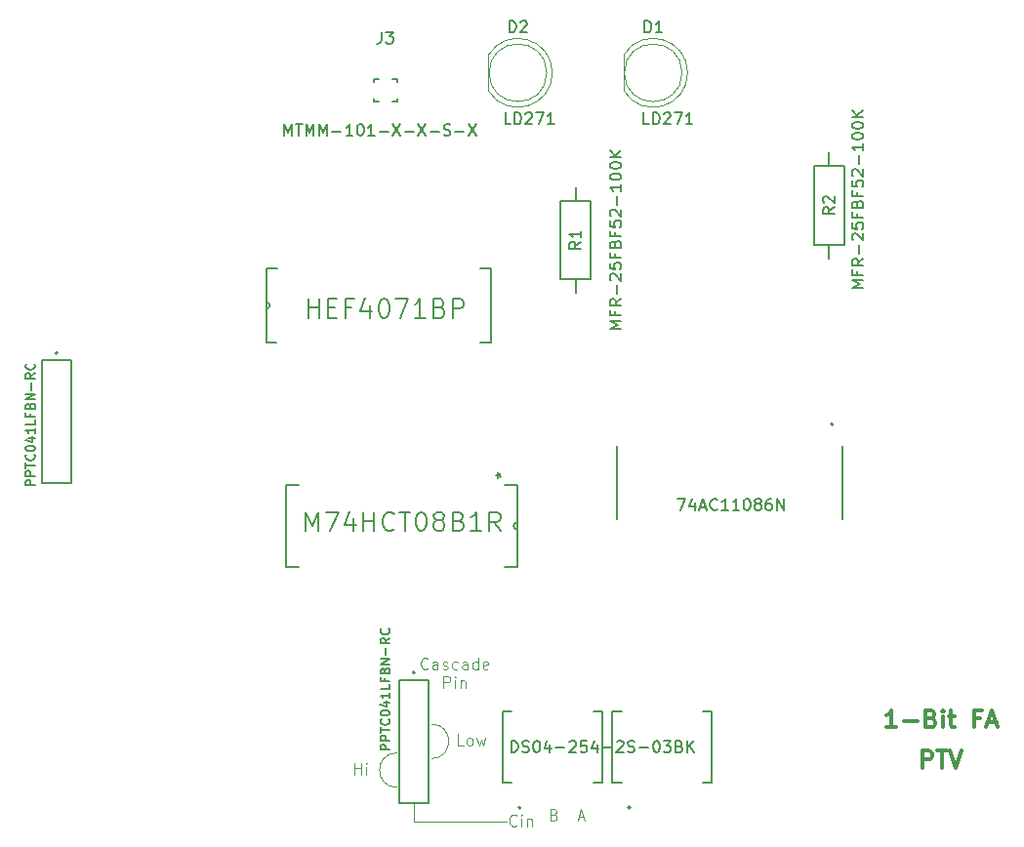
<source format=gbr>
%TF.GenerationSoftware,KiCad,Pcbnew,8.0.1*%
%TF.CreationDate,2024-07-08T16:56:34+05:30*%
%TF.ProjectId,FA,46412e6b-6963-4616-945f-706362585858,rev?*%
%TF.SameCoordinates,Original*%
%TF.FileFunction,Legend,Top*%
%TF.FilePolarity,Positive*%
%FSLAX46Y46*%
G04 Gerber Fmt 4.6, Leading zero omitted, Abs format (unit mm)*
G04 Created by KiCad (PCBNEW 8.0.1) date 2024-07-08 16:56:34*
%MOMM*%
%LPD*%
G01*
G04 APERTURE LIST*
%ADD10C,0.300000*%
%ADD11C,0.100000*%
%ADD12C,0.150000*%
%ADD13C,0.127000*%
%ADD14C,0.200000*%
%ADD15C,0.152400*%
%ADD16C,0.120000*%
G04 APERTURE END LIST*
D10*
X173554510Y-137800828D02*
X173554510Y-136300828D01*
X173554510Y-136300828D02*
X174125939Y-136300828D01*
X174125939Y-136300828D02*
X174268796Y-136372257D01*
X174268796Y-136372257D02*
X174340225Y-136443685D01*
X174340225Y-136443685D02*
X174411653Y-136586542D01*
X174411653Y-136586542D02*
X174411653Y-136800828D01*
X174411653Y-136800828D02*
X174340225Y-136943685D01*
X174340225Y-136943685D02*
X174268796Y-137015114D01*
X174268796Y-137015114D02*
X174125939Y-137086542D01*
X174125939Y-137086542D02*
X173554510Y-137086542D01*
X174840225Y-136300828D02*
X175697368Y-136300828D01*
X175268796Y-137800828D02*
X175268796Y-136300828D01*
X175983082Y-136300828D02*
X176483082Y-137800828D01*
X176483082Y-137800828D02*
X176983082Y-136300828D01*
X171340225Y-134300828D02*
X170483082Y-134300828D01*
X170911653Y-134300828D02*
X170911653Y-132800828D01*
X170911653Y-132800828D02*
X170768796Y-133015114D01*
X170768796Y-133015114D02*
X170625939Y-133157971D01*
X170625939Y-133157971D02*
X170483082Y-133229400D01*
X171983081Y-133729400D02*
X173125939Y-133729400D01*
X174340224Y-133515114D02*
X174554510Y-133586542D01*
X174554510Y-133586542D02*
X174625939Y-133657971D01*
X174625939Y-133657971D02*
X174697367Y-133800828D01*
X174697367Y-133800828D02*
X174697367Y-134015114D01*
X174697367Y-134015114D02*
X174625939Y-134157971D01*
X174625939Y-134157971D02*
X174554510Y-134229400D01*
X174554510Y-134229400D02*
X174411653Y-134300828D01*
X174411653Y-134300828D02*
X173840224Y-134300828D01*
X173840224Y-134300828D02*
X173840224Y-132800828D01*
X173840224Y-132800828D02*
X174340224Y-132800828D01*
X174340224Y-132800828D02*
X174483082Y-132872257D01*
X174483082Y-132872257D02*
X174554510Y-132943685D01*
X174554510Y-132943685D02*
X174625939Y-133086542D01*
X174625939Y-133086542D02*
X174625939Y-133229400D01*
X174625939Y-133229400D02*
X174554510Y-133372257D01*
X174554510Y-133372257D02*
X174483082Y-133443685D01*
X174483082Y-133443685D02*
X174340224Y-133515114D01*
X174340224Y-133515114D02*
X173840224Y-133515114D01*
X175340224Y-134300828D02*
X175340224Y-133300828D01*
X175340224Y-132800828D02*
X175268796Y-132872257D01*
X175268796Y-132872257D02*
X175340224Y-132943685D01*
X175340224Y-132943685D02*
X175411653Y-132872257D01*
X175411653Y-132872257D02*
X175340224Y-132800828D01*
X175340224Y-132800828D02*
X175340224Y-132943685D01*
X175840225Y-133300828D02*
X176411653Y-133300828D01*
X176054510Y-132800828D02*
X176054510Y-134086542D01*
X176054510Y-134086542D02*
X176125939Y-134229400D01*
X176125939Y-134229400D02*
X176268796Y-134300828D01*
X176268796Y-134300828D02*
X176411653Y-134300828D01*
X178554510Y-133515114D02*
X178054510Y-133515114D01*
X178054510Y-134300828D02*
X178054510Y-132800828D01*
X178054510Y-132800828D02*
X178768796Y-132800828D01*
X179268796Y-133872257D02*
X179983082Y-133872257D01*
X179125939Y-134300828D02*
X179625939Y-132800828D01*
X179625939Y-132800828D02*
X180125939Y-134300828D01*
D11*
X130690475Y-129167236D02*
X130642856Y-129214856D01*
X130642856Y-129214856D02*
X130499999Y-129262475D01*
X130499999Y-129262475D02*
X130404761Y-129262475D01*
X130404761Y-129262475D02*
X130261904Y-129214856D01*
X130261904Y-129214856D02*
X130166666Y-129119617D01*
X130166666Y-129119617D02*
X130119047Y-129024379D01*
X130119047Y-129024379D02*
X130071428Y-128833903D01*
X130071428Y-128833903D02*
X130071428Y-128691046D01*
X130071428Y-128691046D02*
X130119047Y-128500570D01*
X130119047Y-128500570D02*
X130166666Y-128405332D01*
X130166666Y-128405332D02*
X130261904Y-128310094D01*
X130261904Y-128310094D02*
X130404761Y-128262475D01*
X130404761Y-128262475D02*
X130499999Y-128262475D01*
X130499999Y-128262475D02*
X130642856Y-128310094D01*
X130642856Y-128310094D02*
X130690475Y-128357713D01*
X131547618Y-129262475D02*
X131547618Y-128738665D01*
X131547618Y-128738665D02*
X131499999Y-128643427D01*
X131499999Y-128643427D02*
X131404761Y-128595808D01*
X131404761Y-128595808D02*
X131214285Y-128595808D01*
X131214285Y-128595808D02*
X131119047Y-128643427D01*
X131547618Y-129214856D02*
X131452380Y-129262475D01*
X131452380Y-129262475D02*
X131214285Y-129262475D01*
X131214285Y-129262475D02*
X131119047Y-129214856D01*
X131119047Y-129214856D02*
X131071428Y-129119617D01*
X131071428Y-129119617D02*
X131071428Y-129024379D01*
X131071428Y-129024379D02*
X131119047Y-128929141D01*
X131119047Y-128929141D02*
X131214285Y-128881522D01*
X131214285Y-128881522D02*
X131452380Y-128881522D01*
X131452380Y-128881522D02*
X131547618Y-128833903D01*
X131976190Y-129214856D02*
X132071428Y-129262475D01*
X132071428Y-129262475D02*
X132261904Y-129262475D01*
X132261904Y-129262475D02*
X132357142Y-129214856D01*
X132357142Y-129214856D02*
X132404761Y-129119617D01*
X132404761Y-129119617D02*
X132404761Y-129071998D01*
X132404761Y-129071998D02*
X132357142Y-128976760D01*
X132357142Y-128976760D02*
X132261904Y-128929141D01*
X132261904Y-128929141D02*
X132119047Y-128929141D01*
X132119047Y-128929141D02*
X132023809Y-128881522D01*
X132023809Y-128881522D02*
X131976190Y-128786284D01*
X131976190Y-128786284D02*
X131976190Y-128738665D01*
X131976190Y-128738665D02*
X132023809Y-128643427D01*
X132023809Y-128643427D02*
X132119047Y-128595808D01*
X132119047Y-128595808D02*
X132261904Y-128595808D01*
X132261904Y-128595808D02*
X132357142Y-128643427D01*
X133261904Y-129214856D02*
X133166666Y-129262475D01*
X133166666Y-129262475D02*
X132976190Y-129262475D01*
X132976190Y-129262475D02*
X132880952Y-129214856D01*
X132880952Y-129214856D02*
X132833333Y-129167236D01*
X132833333Y-129167236D02*
X132785714Y-129071998D01*
X132785714Y-129071998D02*
X132785714Y-128786284D01*
X132785714Y-128786284D02*
X132833333Y-128691046D01*
X132833333Y-128691046D02*
X132880952Y-128643427D01*
X132880952Y-128643427D02*
X132976190Y-128595808D01*
X132976190Y-128595808D02*
X133166666Y-128595808D01*
X133166666Y-128595808D02*
X133261904Y-128643427D01*
X134119047Y-129262475D02*
X134119047Y-128738665D01*
X134119047Y-128738665D02*
X134071428Y-128643427D01*
X134071428Y-128643427D02*
X133976190Y-128595808D01*
X133976190Y-128595808D02*
X133785714Y-128595808D01*
X133785714Y-128595808D02*
X133690476Y-128643427D01*
X134119047Y-129214856D02*
X134023809Y-129262475D01*
X134023809Y-129262475D02*
X133785714Y-129262475D01*
X133785714Y-129262475D02*
X133690476Y-129214856D01*
X133690476Y-129214856D02*
X133642857Y-129119617D01*
X133642857Y-129119617D02*
X133642857Y-129024379D01*
X133642857Y-129024379D02*
X133690476Y-128929141D01*
X133690476Y-128929141D02*
X133785714Y-128881522D01*
X133785714Y-128881522D02*
X134023809Y-128881522D01*
X134023809Y-128881522D02*
X134119047Y-128833903D01*
X135023809Y-129262475D02*
X135023809Y-128262475D01*
X135023809Y-129214856D02*
X134928571Y-129262475D01*
X134928571Y-129262475D02*
X134738095Y-129262475D01*
X134738095Y-129262475D02*
X134642857Y-129214856D01*
X134642857Y-129214856D02*
X134595238Y-129167236D01*
X134595238Y-129167236D02*
X134547619Y-129071998D01*
X134547619Y-129071998D02*
X134547619Y-128786284D01*
X134547619Y-128786284D02*
X134595238Y-128691046D01*
X134595238Y-128691046D02*
X134642857Y-128643427D01*
X134642857Y-128643427D02*
X134738095Y-128595808D01*
X134738095Y-128595808D02*
X134928571Y-128595808D01*
X134928571Y-128595808D02*
X135023809Y-128643427D01*
X135880952Y-129214856D02*
X135785714Y-129262475D01*
X135785714Y-129262475D02*
X135595238Y-129262475D01*
X135595238Y-129262475D02*
X135500000Y-129214856D01*
X135500000Y-129214856D02*
X135452381Y-129119617D01*
X135452381Y-129119617D02*
X135452381Y-128738665D01*
X135452381Y-128738665D02*
X135500000Y-128643427D01*
X135500000Y-128643427D02*
X135595238Y-128595808D01*
X135595238Y-128595808D02*
X135785714Y-128595808D01*
X135785714Y-128595808D02*
X135880952Y-128643427D01*
X135880952Y-128643427D02*
X135928571Y-128738665D01*
X135928571Y-128738665D02*
X135928571Y-128833903D01*
X135928571Y-128833903D02*
X135452381Y-128929141D01*
X132047619Y-130872419D02*
X132047619Y-129872419D01*
X132047619Y-129872419D02*
X132428571Y-129872419D01*
X132428571Y-129872419D02*
X132523809Y-129920038D01*
X132523809Y-129920038D02*
X132571428Y-129967657D01*
X132571428Y-129967657D02*
X132619047Y-130062895D01*
X132619047Y-130062895D02*
X132619047Y-130205752D01*
X132619047Y-130205752D02*
X132571428Y-130300990D01*
X132571428Y-130300990D02*
X132523809Y-130348609D01*
X132523809Y-130348609D02*
X132428571Y-130396228D01*
X132428571Y-130396228D02*
X132047619Y-130396228D01*
X133047619Y-130872419D02*
X133047619Y-130205752D01*
X133047619Y-129872419D02*
X133000000Y-129920038D01*
X133000000Y-129920038D02*
X133047619Y-129967657D01*
X133047619Y-129967657D02*
X133095238Y-129920038D01*
X133095238Y-129920038D02*
X133047619Y-129872419D01*
X133047619Y-129872419D02*
X133047619Y-129967657D01*
X133523809Y-130205752D02*
X133523809Y-130872419D01*
X133523809Y-130300990D02*
X133571428Y-130253371D01*
X133571428Y-130253371D02*
X133666666Y-130205752D01*
X133666666Y-130205752D02*
X133809523Y-130205752D01*
X133809523Y-130205752D02*
X133904761Y-130253371D01*
X133904761Y-130253371D02*
X133952380Y-130348609D01*
X133952380Y-130348609D02*
X133952380Y-130872419D01*
X136500000Y-142500000D02*
X137500000Y-142500000D01*
X129500000Y-141500000D02*
X129500000Y-140830000D01*
X129500000Y-142500000D02*
X129500000Y-141500000D01*
X136500000Y-142500000D02*
X129500000Y-142500000D01*
X133780074Y-135872419D02*
X133303884Y-135872419D01*
X133303884Y-135872419D02*
X133303884Y-134872419D01*
X134256265Y-135872419D02*
X134161027Y-135824800D01*
X134161027Y-135824800D02*
X134113408Y-135777180D01*
X134113408Y-135777180D02*
X134065789Y-135681942D01*
X134065789Y-135681942D02*
X134065789Y-135396228D01*
X134065789Y-135396228D02*
X134113408Y-135300990D01*
X134113408Y-135300990D02*
X134161027Y-135253371D01*
X134161027Y-135253371D02*
X134256265Y-135205752D01*
X134256265Y-135205752D02*
X134399122Y-135205752D01*
X134399122Y-135205752D02*
X134494360Y-135253371D01*
X134494360Y-135253371D02*
X134541979Y-135300990D01*
X134541979Y-135300990D02*
X134589598Y-135396228D01*
X134589598Y-135396228D02*
X134589598Y-135681942D01*
X134589598Y-135681942D02*
X134541979Y-135777180D01*
X134541979Y-135777180D02*
X134494360Y-135824800D01*
X134494360Y-135824800D02*
X134399122Y-135872419D01*
X134399122Y-135872419D02*
X134256265Y-135872419D01*
X134922932Y-135205752D02*
X135113408Y-135872419D01*
X135113408Y-135872419D02*
X135303884Y-135396228D01*
X135303884Y-135396228D02*
X135494360Y-135872419D01*
X135494360Y-135872419D02*
X135684836Y-135205752D01*
X128000000Y-139500000D02*
G75*
G02*
X128000000Y-136500000I0J1500000D01*
G01*
X124303884Y-138372419D02*
X124303884Y-137372419D01*
X124303884Y-137848609D02*
X124875312Y-137848609D01*
X124875312Y-138372419D02*
X124875312Y-137372419D01*
X125351503Y-138372419D02*
X125351503Y-137705752D01*
X125351503Y-137372419D02*
X125303884Y-137420038D01*
X125303884Y-137420038D02*
X125351503Y-137467657D01*
X125351503Y-137467657D02*
X125399122Y-137420038D01*
X125399122Y-137420038D02*
X125351503Y-137372419D01*
X125351503Y-137372419D02*
X125351503Y-137467657D01*
X131000000Y-134000000D02*
G75*
G02*
X131000000Y-137000000I0J-1500000D01*
G01*
X138375312Y-142777180D02*
X138327693Y-142824800D01*
X138327693Y-142824800D02*
X138184836Y-142872419D01*
X138184836Y-142872419D02*
X138089598Y-142872419D01*
X138089598Y-142872419D02*
X137946741Y-142824800D01*
X137946741Y-142824800D02*
X137851503Y-142729561D01*
X137851503Y-142729561D02*
X137803884Y-142634323D01*
X137803884Y-142634323D02*
X137756265Y-142443847D01*
X137756265Y-142443847D02*
X137756265Y-142300990D01*
X137756265Y-142300990D02*
X137803884Y-142110514D01*
X137803884Y-142110514D02*
X137851503Y-142015276D01*
X137851503Y-142015276D02*
X137946741Y-141920038D01*
X137946741Y-141920038D02*
X138089598Y-141872419D01*
X138089598Y-141872419D02*
X138184836Y-141872419D01*
X138184836Y-141872419D02*
X138327693Y-141920038D01*
X138327693Y-141920038D02*
X138375312Y-141967657D01*
X138803884Y-142872419D02*
X138803884Y-142205752D01*
X138803884Y-141872419D02*
X138756265Y-141920038D01*
X138756265Y-141920038D02*
X138803884Y-141967657D01*
X138803884Y-141967657D02*
X138851503Y-141920038D01*
X138851503Y-141920038D02*
X138803884Y-141872419D01*
X138803884Y-141872419D02*
X138803884Y-141967657D01*
X139280074Y-142205752D02*
X139280074Y-142872419D01*
X139280074Y-142300990D02*
X139327693Y-142253371D01*
X139327693Y-142253371D02*
X139422931Y-142205752D01*
X139422931Y-142205752D02*
X139565788Y-142205752D01*
X139565788Y-142205752D02*
X139661026Y-142253371D01*
X139661026Y-142253371D02*
X139708645Y-142348609D01*
X139708645Y-142348609D02*
X139708645Y-142872419D01*
X141637217Y-141848609D02*
X141780074Y-141896228D01*
X141780074Y-141896228D02*
X141827693Y-141943847D01*
X141827693Y-141943847D02*
X141875312Y-142039085D01*
X141875312Y-142039085D02*
X141875312Y-142181942D01*
X141875312Y-142181942D02*
X141827693Y-142277180D01*
X141827693Y-142277180D02*
X141780074Y-142324800D01*
X141780074Y-142324800D02*
X141684836Y-142372419D01*
X141684836Y-142372419D02*
X141303884Y-142372419D01*
X141303884Y-142372419D02*
X141303884Y-141372419D01*
X141303884Y-141372419D02*
X141637217Y-141372419D01*
X141637217Y-141372419D02*
X141732455Y-141420038D01*
X141732455Y-141420038D02*
X141780074Y-141467657D01*
X141780074Y-141467657D02*
X141827693Y-141562895D01*
X141827693Y-141562895D02*
X141827693Y-141658133D01*
X141827693Y-141658133D02*
X141780074Y-141753371D01*
X141780074Y-141753371D02*
X141732455Y-141800990D01*
X141732455Y-141800990D02*
X141637217Y-141848609D01*
X141637217Y-141848609D02*
X141303884Y-141848609D01*
X143756265Y-142086704D02*
X144232455Y-142086704D01*
X143661027Y-142372419D02*
X143994360Y-141372419D01*
X143994360Y-141372419D02*
X144327693Y-142372419D01*
D12*
X137929048Y-136454819D02*
X137929048Y-135454819D01*
X137929048Y-135454819D02*
X138167143Y-135454819D01*
X138167143Y-135454819D02*
X138310000Y-135502438D01*
X138310000Y-135502438D02*
X138405238Y-135597676D01*
X138405238Y-135597676D02*
X138452857Y-135692914D01*
X138452857Y-135692914D02*
X138500476Y-135883390D01*
X138500476Y-135883390D02*
X138500476Y-136026247D01*
X138500476Y-136026247D02*
X138452857Y-136216723D01*
X138452857Y-136216723D02*
X138405238Y-136311961D01*
X138405238Y-136311961D02*
X138310000Y-136407200D01*
X138310000Y-136407200D02*
X138167143Y-136454819D01*
X138167143Y-136454819D02*
X137929048Y-136454819D01*
X138881429Y-136407200D02*
X139024286Y-136454819D01*
X139024286Y-136454819D02*
X139262381Y-136454819D01*
X139262381Y-136454819D02*
X139357619Y-136407200D01*
X139357619Y-136407200D02*
X139405238Y-136359580D01*
X139405238Y-136359580D02*
X139452857Y-136264342D01*
X139452857Y-136264342D02*
X139452857Y-136169104D01*
X139452857Y-136169104D02*
X139405238Y-136073866D01*
X139405238Y-136073866D02*
X139357619Y-136026247D01*
X139357619Y-136026247D02*
X139262381Y-135978628D01*
X139262381Y-135978628D02*
X139071905Y-135931009D01*
X139071905Y-135931009D02*
X138976667Y-135883390D01*
X138976667Y-135883390D02*
X138929048Y-135835771D01*
X138929048Y-135835771D02*
X138881429Y-135740533D01*
X138881429Y-135740533D02*
X138881429Y-135645295D01*
X138881429Y-135645295D02*
X138929048Y-135550057D01*
X138929048Y-135550057D02*
X138976667Y-135502438D01*
X138976667Y-135502438D02*
X139071905Y-135454819D01*
X139071905Y-135454819D02*
X139310000Y-135454819D01*
X139310000Y-135454819D02*
X139452857Y-135502438D01*
X140071905Y-135454819D02*
X140167143Y-135454819D01*
X140167143Y-135454819D02*
X140262381Y-135502438D01*
X140262381Y-135502438D02*
X140310000Y-135550057D01*
X140310000Y-135550057D02*
X140357619Y-135645295D01*
X140357619Y-135645295D02*
X140405238Y-135835771D01*
X140405238Y-135835771D02*
X140405238Y-136073866D01*
X140405238Y-136073866D02*
X140357619Y-136264342D01*
X140357619Y-136264342D02*
X140310000Y-136359580D01*
X140310000Y-136359580D02*
X140262381Y-136407200D01*
X140262381Y-136407200D02*
X140167143Y-136454819D01*
X140167143Y-136454819D02*
X140071905Y-136454819D01*
X140071905Y-136454819D02*
X139976667Y-136407200D01*
X139976667Y-136407200D02*
X139929048Y-136359580D01*
X139929048Y-136359580D02*
X139881429Y-136264342D01*
X139881429Y-136264342D02*
X139833810Y-136073866D01*
X139833810Y-136073866D02*
X139833810Y-135835771D01*
X139833810Y-135835771D02*
X139881429Y-135645295D01*
X139881429Y-135645295D02*
X139929048Y-135550057D01*
X139929048Y-135550057D02*
X139976667Y-135502438D01*
X139976667Y-135502438D02*
X140071905Y-135454819D01*
X141262381Y-135788152D02*
X141262381Y-136454819D01*
X141024286Y-135407200D02*
X140786191Y-136121485D01*
X140786191Y-136121485D02*
X141405238Y-136121485D01*
X141786191Y-136073866D02*
X142548096Y-136073866D01*
X142976667Y-135550057D02*
X143024286Y-135502438D01*
X143024286Y-135502438D02*
X143119524Y-135454819D01*
X143119524Y-135454819D02*
X143357619Y-135454819D01*
X143357619Y-135454819D02*
X143452857Y-135502438D01*
X143452857Y-135502438D02*
X143500476Y-135550057D01*
X143500476Y-135550057D02*
X143548095Y-135645295D01*
X143548095Y-135645295D02*
X143548095Y-135740533D01*
X143548095Y-135740533D02*
X143500476Y-135883390D01*
X143500476Y-135883390D02*
X142929048Y-136454819D01*
X142929048Y-136454819D02*
X143548095Y-136454819D01*
X144452857Y-135454819D02*
X143976667Y-135454819D01*
X143976667Y-135454819D02*
X143929048Y-135931009D01*
X143929048Y-135931009D02*
X143976667Y-135883390D01*
X143976667Y-135883390D02*
X144071905Y-135835771D01*
X144071905Y-135835771D02*
X144310000Y-135835771D01*
X144310000Y-135835771D02*
X144405238Y-135883390D01*
X144405238Y-135883390D02*
X144452857Y-135931009D01*
X144452857Y-135931009D02*
X144500476Y-136026247D01*
X144500476Y-136026247D02*
X144500476Y-136264342D01*
X144500476Y-136264342D02*
X144452857Y-136359580D01*
X144452857Y-136359580D02*
X144405238Y-136407200D01*
X144405238Y-136407200D02*
X144310000Y-136454819D01*
X144310000Y-136454819D02*
X144071905Y-136454819D01*
X144071905Y-136454819D02*
X143976667Y-136407200D01*
X143976667Y-136407200D02*
X143929048Y-136359580D01*
X145357619Y-135788152D02*
X145357619Y-136454819D01*
X145119524Y-135407200D02*
X144881429Y-136121485D01*
X144881429Y-136121485D02*
X145500476Y-136121485D01*
X145881429Y-136073866D02*
X146643334Y-136073866D01*
X147071905Y-135550057D02*
X147119524Y-135502438D01*
X147119524Y-135502438D02*
X147214762Y-135454819D01*
X147214762Y-135454819D02*
X147452857Y-135454819D01*
X147452857Y-135454819D02*
X147548095Y-135502438D01*
X147548095Y-135502438D02*
X147595714Y-135550057D01*
X147595714Y-135550057D02*
X147643333Y-135645295D01*
X147643333Y-135645295D02*
X147643333Y-135740533D01*
X147643333Y-135740533D02*
X147595714Y-135883390D01*
X147595714Y-135883390D02*
X147024286Y-136454819D01*
X147024286Y-136454819D02*
X147643333Y-136454819D01*
X148024286Y-136407200D02*
X148167143Y-136454819D01*
X148167143Y-136454819D02*
X148405238Y-136454819D01*
X148405238Y-136454819D02*
X148500476Y-136407200D01*
X148500476Y-136407200D02*
X148548095Y-136359580D01*
X148548095Y-136359580D02*
X148595714Y-136264342D01*
X148595714Y-136264342D02*
X148595714Y-136169104D01*
X148595714Y-136169104D02*
X148548095Y-136073866D01*
X148548095Y-136073866D02*
X148500476Y-136026247D01*
X148500476Y-136026247D02*
X148405238Y-135978628D01*
X148405238Y-135978628D02*
X148214762Y-135931009D01*
X148214762Y-135931009D02*
X148119524Y-135883390D01*
X148119524Y-135883390D02*
X148071905Y-135835771D01*
X148071905Y-135835771D02*
X148024286Y-135740533D01*
X148024286Y-135740533D02*
X148024286Y-135645295D01*
X148024286Y-135645295D02*
X148071905Y-135550057D01*
X148071905Y-135550057D02*
X148119524Y-135502438D01*
X148119524Y-135502438D02*
X148214762Y-135454819D01*
X148214762Y-135454819D02*
X148452857Y-135454819D01*
X148452857Y-135454819D02*
X148595714Y-135502438D01*
X149024286Y-136073866D02*
X149786191Y-136073866D01*
X150452857Y-135454819D02*
X150548095Y-135454819D01*
X150548095Y-135454819D02*
X150643333Y-135502438D01*
X150643333Y-135502438D02*
X150690952Y-135550057D01*
X150690952Y-135550057D02*
X150738571Y-135645295D01*
X150738571Y-135645295D02*
X150786190Y-135835771D01*
X150786190Y-135835771D02*
X150786190Y-136073866D01*
X150786190Y-136073866D02*
X150738571Y-136264342D01*
X150738571Y-136264342D02*
X150690952Y-136359580D01*
X150690952Y-136359580D02*
X150643333Y-136407200D01*
X150643333Y-136407200D02*
X150548095Y-136454819D01*
X150548095Y-136454819D02*
X150452857Y-136454819D01*
X150452857Y-136454819D02*
X150357619Y-136407200D01*
X150357619Y-136407200D02*
X150310000Y-136359580D01*
X150310000Y-136359580D02*
X150262381Y-136264342D01*
X150262381Y-136264342D02*
X150214762Y-136073866D01*
X150214762Y-136073866D02*
X150214762Y-135835771D01*
X150214762Y-135835771D02*
X150262381Y-135645295D01*
X150262381Y-135645295D02*
X150310000Y-135550057D01*
X150310000Y-135550057D02*
X150357619Y-135502438D01*
X150357619Y-135502438D02*
X150452857Y-135454819D01*
X151119524Y-135454819D02*
X151738571Y-135454819D01*
X151738571Y-135454819D02*
X151405238Y-135835771D01*
X151405238Y-135835771D02*
X151548095Y-135835771D01*
X151548095Y-135835771D02*
X151643333Y-135883390D01*
X151643333Y-135883390D02*
X151690952Y-135931009D01*
X151690952Y-135931009D02*
X151738571Y-136026247D01*
X151738571Y-136026247D02*
X151738571Y-136264342D01*
X151738571Y-136264342D02*
X151690952Y-136359580D01*
X151690952Y-136359580D02*
X151643333Y-136407200D01*
X151643333Y-136407200D02*
X151548095Y-136454819D01*
X151548095Y-136454819D02*
X151262381Y-136454819D01*
X151262381Y-136454819D02*
X151167143Y-136407200D01*
X151167143Y-136407200D02*
X151119524Y-136359580D01*
X152500476Y-135931009D02*
X152643333Y-135978628D01*
X152643333Y-135978628D02*
X152690952Y-136026247D01*
X152690952Y-136026247D02*
X152738571Y-136121485D01*
X152738571Y-136121485D02*
X152738571Y-136264342D01*
X152738571Y-136264342D02*
X152690952Y-136359580D01*
X152690952Y-136359580D02*
X152643333Y-136407200D01*
X152643333Y-136407200D02*
X152548095Y-136454819D01*
X152548095Y-136454819D02*
X152167143Y-136454819D01*
X152167143Y-136454819D02*
X152167143Y-135454819D01*
X152167143Y-135454819D02*
X152500476Y-135454819D01*
X152500476Y-135454819D02*
X152595714Y-135502438D01*
X152595714Y-135502438D02*
X152643333Y-135550057D01*
X152643333Y-135550057D02*
X152690952Y-135645295D01*
X152690952Y-135645295D02*
X152690952Y-135740533D01*
X152690952Y-135740533D02*
X152643333Y-135835771D01*
X152643333Y-135835771D02*
X152595714Y-135883390D01*
X152595714Y-135883390D02*
X152500476Y-135931009D01*
X152500476Y-135931009D02*
X152167143Y-135931009D01*
X153167143Y-136454819D02*
X153167143Y-135454819D01*
X153738571Y-136454819D02*
X153310000Y-135883390D01*
X153738571Y-135454819D02*
X153167143Y-136026247D01*
X127362295Y-136238094D02*
X126562295Y-136238094D01*
X126562295Y-136238094D02*
X126562295Y-135933332D01*
X126562295Y-135933332D02*
X126600390Y-135857142D01*
X126600390Y-135857142D02*
X126638485Y-135819047D01*
X126638485Y-135819047D02*
X126714676Y-135780951D01*
X126714676Y-135780951D02*
X126828961Y-135780951D01*
X126828961Y-135780951D02*
X126905152Y-135819047D01*
X126905152Y-135819047D02*
X126943247Y-135857142D01*
X126943247Y-135857142D02*
X126981342Y-135933332D01*
X126981342Y-135933332D02*
X126981342Y-136238094D01*
X127362295Y-135438094D02*
X126562295Y-135438094D01*
X126562295Y-135438094D02*
X126562295Y-135133332D01*
X126562295Y-135133332D02*
X126600390Y-135057142D01*
X126600390Y-135057142D02*
X126638485Y-135019047D01*
X126638485Y-135019047D02*
X126714676Y-134980951D01*
X126714676Y-134980951D02*
X126828961Y-134980951D01*
X126828961Y-134980951D02*
X126905152Y-135019047D01*
X126905152Y-135019047D02*
X126943247Y-135057142D01*
X126943247Y-135057142D02*
X126981342Y-135133332D01*
X126981342Y-135133332D02*
X126981342Y-135438094D01*
X126562295Y-134752380D02*
X126562295Y-134295237D01*
X127362295Y-134523809D02*
X126562295Y-134523809D01*
X127286104Y-133571427D02*
X127324200Y-133609523D01*
X127324200Y-133609523D02*
X127362295Y-133723808D01*
X127362295Y-133723808D02*
X127362295Y-133799999D01*
X127362295Y-133799999D02*
X127324200Y-133914285D01*
X127324200Y-133914285D02*
X127248009Y-133990475D01*
X127248009Y-133990475D02*
X127171819Y-134028570D01*
X127171819Y-134028570D02*
X127019438Y-134066666D01*
X127019438Y-134066666D02*
X126905152Y-134066666D01*
X126905152Y-134066666D02*
X126752771Y-134028570D01*
X126752771Y-134028570D02*
X126676580Y-133990475D01*
X126676580Y-133990475D02*
X126600390Y-133914285D01*
X126600390Y-133914285D02*
X126562295Y-133799999D01*
X126562295Y-133799999D02*
X126562295Y-133723808D01*
X126562295Y-133723808D02*
X126600390Y-133609523D01*
X126600390Y-133609523D02*
X126638485Y-133571427D01*
X126562295Y-133076189D02*
X126562295Y-132999999D01*
X126562295Y-132999999D02*
X126600390Y-132923808D01*
X126600390Y-132923808D02*
X126638485Y-132885713D01*
X126638485Y-132885713D02*
X126714676Y-132847618D01*
X126714676Y-132847618D02*
X126867057Y-132809523D01*
X126867057Y-132809523D02*
X127057533Y-132809523D01*
X127057533Y-132809523D02*
X127209914Y-132847618D01*
X127209914Y-132847618D02*
X127286104Y-132885713D01*
X127286104Y-132885713D02*
X127324200Y-132923808D01*
X127324200Y-132923808D02*
X127362295Y-132999999D01*
X127362295Y-132999999D02*
X127362295Y-133076189D01*
X127362295Y-133076189D02*
X127324200Y-133152380D01*
X127324200Y-133152380D02*
X127286104Y-133190475D01*
X127286104Y-133190475D02*
X127209914Y-133228570D01*
X127209914Y-133228570D02*
X127057533Y-133266666D01*
X127057533Y-133266666D02*
X126867057Y-133266666D01*
X126867057Y-133266666D02*
X126714676Y-133228570D01*
X126714676Y-133228570D02*
X126638485Y-133190475D01*
X126638485Y-133190475D02*
X126600390Y-133152380D01*
X126600390Y-133152380D02*
X126562295Y-133076189D01*
X126828961Y-132123808D02*
X127362295Y-132123808D01*
X126524200Y-132314284D02*
X127095628Y-132504761D01*
X127095628Y-132504761D02*
X127095628Y-132009522D01*
X127362295Y-131285713D02*
X127362295Y-131742856D01*
X127362295Y-131514284D02*
X126562295Y-131514284D01*
X126562295Y-131514284D02*
X126676580Y-131590475D01*
X126676580Y-131590475D02*
X126752771Y-131666665D01*
X126752771Y-131666665D02*
X126790866Y-131742856D01*
X127362295Y-130561903D02*
X127362295Y-130942855D01*
X127362295Y-130942855D02*
X126562295Y-130942855D01*
X126943247Y-130028570D02*
X126943247Y-130295236D01*
X127362295Y-130295236D02*
X126562295Y-130295236D01*
X126562295Y-130295236D02*
X126562295Y-129914284D01*
X126943247Y-129342856D02*
X126981342Y-129228570D01*
X126981342Y-129228570D02*
X127019438Y-129190475D01*
X127019438Y-129190475D02*
X127095628Y-129152379D01*
X127095628Y-129152379D02*
X127209914Y-129152379D01*
X127209914Y-129152379D02*
X127286104Y-129190475D01*
X127286104Y-129190475D02*
X127324200Y-129228570D01*
X127324200Y-129228570D02*
X127362295Y-129304760D01*
X127362295Y-129304760D02*
X127362295Y-129609522D01*
X127362295Y-129609522D02*
X126562295Y-129609522D01*
X126562295Y-129609522D02*
X126562295Y-129342856D01*
X126562295Y-129342856D02*
X126600390Y-129266665D01*
X126600390Y-129266665D02*
X126638485Y-129228570D01*
X126638485Y-129228570D02*
X126714676Y-129190475D01*
X126714676Y-129190475D02*
X126790866Y-129190475D01*
X126790866Y-129190475D02*
X126867057Y-129228570D01*
X126867057Y-129228570D02*
X126905152Y-129266665D01*
X126905152Y-129266665D02*
X126943247Y-129342856D01*
X126943247Y-129342856D02*
X126943247Y-129609522D01*
X127362295Y-128809522D02*
X126562295Y-128809522D01*
X126562295Y-128809522D02*
X127362295Y-128352379D01*
X127362295Y-128352379D02*
X126562295Y-128352379D01*
X127057533Y-127971427D02*
X127057533Y-127361904D01*
X127362295Y-126523808D02*
X126981342Y-126790475D01*
X127362295Y-126980951D02*
X126562295Y-126980951D01*
X126562295Y-126980951D02*
X126562295Y-126676189D01*
X126562295Y-126676189D02*
X126600390Y-126599999D01*
X126600390Y-126599999D02*
X126638485Y-126561904D01*
X126638485Y-126561904D02*
X126714676Y-126523808D01*
X126714676Y-126523808D02*
X126828961Y-126523808D01*
X126828961Y-126523808D02*
X126905152Y-126561904D01*
X126905152Y-126561904D02*
X126943247Y-126599999D01*
X126943247Y-126599999D02*
X126981342Y-126676189D01*
X126981342Y-126676189D02*
X126981342Y-126980951D01*
X127286104Y-125723808D02*
X127324200Y-125761904D01*
X127324200Y-125761904D02*
X127362295Y-125876189D01*
X127362295Y-125876189D02*
X127362295Y-125952380D01*
X127362295Y-125952380D02*
X127324200Y-126066666D01*
X127324200Y-126066666D02*
X127248009Y-126142856D01*
X127248009Y-126142856D02*
X127171819Y-126180951D01*
X127171819Y-126180951D02*
X127019438Y-126219047D01*
X127019438Y-126219047D02*
X126905152Y-126219047D01*
X126905152Y-126219047D02*
X126752771Y-126180951D01*
X126752771Y-126180951D02*
X126676580Y-126142856D01*
X126676580Y-126142856D02*
X126600390Y-126066666D01*
X126600390Y-126066666D02*
X126562295Y-125952380D01*
X126562295Y-125952380D02*
X126562295Y-125876189D01*
X126562295Y-125876189D02*
X126600390Y-125761904D01*
X126600390Y-125761904D02*
X126638485Y-125723808D01*
X120104761Y-117250896D02*
X120104761Y-115610896D01*
X120104761Y-115610896D02*
X120651427Y-116782324D01*
X120651427Y-116782324D02*
X121198094Y-115610896D01*
X121198094Y-115610896D02*
X121198094Y-117250896D01*
X121822856Y-115610896D02*
X122916190Y-115610896D01*
X122916190Y-115610896D02*
X122213332Y-117250896D01*
X124243809Y-116157562D02*
X124243809Y-117250896D01*
X123853333Y-115532801D02*
X123462856Y-116704229D01*
X123462856Y-116704229D02*
X124478095Y-116704229D01*
X125102857Y-117250896D02*
X125102857Y-115610896D01*
X125102857Y-116391848D02*
X126040000Y-116391848D01*
X126040000Y-117250896D02*
X126040000Y-115610896D01*
X127758095Y-117094705D02*
X127679999Y-117172801D01*
X127679999Y-117172801D02*
X127445714Y-117250896D01*
X127445714Y-117250896D02*
X127289523Y-117250896D01*
X127289523Y-117250896D02*
X127055237Y-117172801D01*
X127055237Y-117172801D02*
X126899047Y-117016610D01*
X126899047Y-117016610D02*
X126820952Y-116860420D01*
X126820952Y-116860420D02*
X126742856Y-116548039D01*
X126742856Y-116548039D02*
X126742856Y-116313753D01*
X126742856Y-116313753D02*
X126820952Y-116001372D01*
X126820952Y-116001372D02*
X126899047Y-115845181D01*
X126899047Y-115845181D02*
X127055237Y-115688991D01*
X127055237Y-115688991D02*
X127289523Y-115610896D01*
X127289523Y-115610896D02*
X127445714Y-115610896D01*
X127445714Y-115610896D02*
X127679999Y-115688991D01*
X127679999Y-115688991D02*
X127758095Y-115767086D01*
X128226666Y-115610896D02*
X129163809Y-115610896D01*
X128695237Y-117250896D02*
X128695237Y-115610896D01*
X130022857Y-115610896D02*
X130179047Y-115610896D01*
X130179047Y-115610896D02*
X130335238Y-115688991D01*
X130335238Y-115688991D02*
X130413333Y-115767086D01*
X130413333Y-115767086D02*
X130491428Y-115923277D01*
X130491428Y-115923277D02*
X130569523Y-116235658D01*
X130569523Y-116235658D02*
X130569523Y-116626134D01*
X130569523Y-116626134D02*
X130491428Y-116938515D01*
X130491428Y-116938515D02*
X130413333Y-117094705D01*
X130413333Y-117094705D02*
X130335238Y-117172801D01*
X130335238Y-117172801D02*
X130179047Y-117250896D01*
X130179047Y-117250896D02*
X130022857Y-117250896D01*
X130022857Y-117250896D02*
X129866666Y-117172801D01*
X129866666Y-117172801D02*
X129788571Y-117094705D01*
X129788571Y-117094705D02*
X129710476Y-116938515D01*
X129710476Y-116938515D02*
X129632380Y-116626134D01*
X129632380Y-116626134D02*
X129632380Y-116235658D01*
X129632380Y-116235658D02*
X129710476Y-115923277D01*
X129710476Y-115923277D02*
X129788571Y-115767086D01*
X129788571Y-115767086D02*
X129866666Y-115688991D01*
X129866666Y-115688991D02*
X130022857Y-115610896D01*
X131506666Y-116313753D02*
X131350476Y-116235658D01*
X131350476Y-116235658D02*
X131272381Y-116157562D01*
X131272381Y-116157562D02*
X131194285Y-116001372D01*
X131194285Y-116001372D02*
X131194285Y-115923277D01*
X131194285Y-115923277D02*
X131272381Y-115767086D01*
X131272381Y-115767086D02*
X131350476Y-115688991D01*
X131350476Y-115688991D02*
X131506666Y-115610896D01*
X131506666Y-115610896D02*
X131819047Y-115610896D01*
X131819047Y-115610896D02*
X131975238Y-115688991D01*
X131975238Y-115688991D02*
X132053333Y-115767086D01*
X132053333Y-115767086D02*
X132131428Y-115923277D01*
X132131428Y-115923277D02*
X132131428Y-116001372D01*
X132131428Y-116001372D02*
X132053333Y-116157562D01*
X132053333Y-116157562D02*
X131975238Y-116235658D01*
X131975238Y-116235658D02*
X131819047Y-116313753D01*
X131819047Y-116313753D02*
X131506666Y-116313753D01*
X131506666Y-116313753D02*
X131350476Y-116391848D01*
X131350476Y-116391848D02*
X131272381Y-116469943D01*
X131272381Y-116469943D02*
X131194285Y-116626134D01*
X131194285Y-116626134D02*
X131194285Y-116938515D01*
X131194285Y-116938515D02*
X131272381Y-117094705D01*
X131272381Y-117094705D02*
X131350476Y-117172801D01*
X131350476Y-117172801D02*
X131506666Y-117250896D01*
X131506666Y-117250896D02*
X131819047Y-117250896D01*
X131819047Y-117250896D02*
X131975238Y-117172801D01*
X131975238Y-117172801D02*
X132053333Y-117094705D01*
X132053333Y-117094705D02*
X132131428Y-116938515D01*
X132131428Y-116938515D02*
X132131428Y-116626134D01*
X132131428Y-116626134D02*
X132053333Y-116469943D01*
X132053333Y-116469943D02*
X131975238Y-116391848D01*
X131975238Y-116391848D02*
X131819047Y-116313753D01*
X133380952Y-116391848D02*
X133615238Y-116469943D01*
X133615238Y-116469943D02*
X133693333Y-116548039D01*
X133693333Y-116548039D02*
X133771429Y-116704229D01*
X133771429Y-116704229D02*
X133771429Y-116938515D01*
X133771429Y-116938515D02*
X133693333Y-117094705D01*
X133693333Y-117094705D02*
X133615238Y-117172801D01*
X133615238Y-117172801D02*
X133459048Y-117250896D01*
X133459048Y-117250896D02*
X132834286Y-117250896D01*
X132834286Y-117250896D02*
X132834286Y-115610896D01*
X132834286Y-115610896D02*
X133380952Y-115610896D01*
X133380952Y-115610896D02*
X133537143Y-115688991D01*
X133537143Y-115688991D02*
X133615238Y-115767086D01*
X133615238Y-115767086D02*
X133693333Y-115923277D01*
X133693333Y-115923277D02*
X133693333Y-116079467D01*
X133693333Y-116079467D02*
X133615238Y-116235658D01*
X133615238Y-116235658D02*
X133537143Y-116313753D01*
X133537143Y-116313753D02*
X133380952Y-116391848D01*
X133380952Y-116391848D02*
X132834286Y-116391848D01*
X135333333Y-117250896D02*
X134396190Y-117250896D01*
X134864762Y-117250896D02*
X134864762Y-115610896D01*
X134864762Y-115610896D02*
X134708571Y-115845181D01*
X134708571Y-115845181D02*
X134552381Y-116001372D01*
X134552381Y-116001372D02*
X134396190Y-116079467D01*
X136973334Y-117250896D02*
X136426667Y-116469943D01*
X136036191Y-117250896D02*
X136036191Y-115610896D01*
X136036191Y-115610896D02*
X136660953Y-115610896D01*
X136660953Y-115610896D02*
X136817143Y-115688991D01*
X136817143Y-115688991D02*
X136895238Y-115767086D01*
X136895238Y-115767086D02*
X136973334Y-115923277D01*
X136973334Y-115923277D02*
X136973334Y-116157562D01*
X136973334Y-116157562D02*
X136895238Y-116313753D01*
X136895238Y-116313753D02*
X136817143Y-116391848D01*
X136817143Y-116391848D02*
X136660953Y-116469943D01*
X136660953Y-116469943D02*
X136036191Y-116469943D01*
X136612419Y-112415799D02*
X136850514Y-112415799D01*
X136755276Y-112653894D02*
X136850514Y-112415799D01*
X136850514Y-112415799D02*
X136755276Y-112177704D01*
X137040990Y-112558656D02*
X136850514Y-112415799D01*
X136850514Y-112415799D02*
X137040990Y-112272942D01*
X152357143Y-114454819D02*
X153023809Y-114454819D01*
X153023809Y-114454819D02*
X152595238Y-115454819D01*
X153833333Y-114788152D02*
X153833333Y-115454819D01*
X153595238Y-114407200D02*
X153357143Y-115121485D01*
X153357143Y-115121485D02*
X153976190Y-115121485D01*
X154309524Y-115169104D02*
X154785714Y-115169104D01*
X154214286Y-115454819D02*
X154547619Y-114454819D01*
X154547619Y-114454819D02*
X154880952Y-115454819D01*
X155785714Y-115359580D02*
X155738095Y-115407200D01*
X155738095Y-115407200D02*
X155595238Y-115454819D01*
X155595238Y-115454819D02*
X155500000Y-115454819D01*
X155500000Y-115454819D02*
X155357143Y-115407200D01*
X155357143Y-115407200D02*
X155261905Y-115311961D01*
X155261905Y-115311961D02*
X155214286Y-115216723D01*
X155214286Y-115216723D02*
X155166667Y-115026247D01*
X155166667Y-115026247D02*
X155166667Y-114883390D01*
X155166667Y-114883390D02*
X155214286Y-114692914D01*
X155214286Y-114692914D02*
X155261905Y-114597676D01*
X155261905Y-114597676D02*
X155357143Y-114502438D01*
X155357143Y-114502438D02*
X155500000Y-114454819D01*
X155500000Y-114454819D02*
X155595238Y-114454819D01*
X155595238Y-114454819D02*
X155738095Y-114502438D01*
X155738095Y-114502438D02*
X155785714Y-114550057D01*
X156738095Y-115454819D02*
X156166667Y-115454819D01*
X156452381Y-115454819D02*
X156452381Y-114454819D01*
X156452381Y-114454819D02*
X156357143Y-114597676D01*
X156357143Y-114597676D02*
X156261905Y-114692914D01*
X156261905Y-114692914D02*
X156166667Y-114740533D01*
X157690476Y-115454819D02*
X157119048Y-115454819D01*
X157404762Y-115454819D02*
X157404762Y-114454819D01*
X157404762Y-114454819D02*
X157309524Y-114597676D01*
X157309524Y-114597676D02*
X157214286Y-114692914D01*
X157214286Y-114692914D02*
X157119048Y-114740533D01*
X158309524Y-114454819D02*
X158404762Y-114454819D01*
X158404762Y-114454819D02*
X158500000Y-114502438D01*
X158500000Y-114502438D02*
X158547619Y-114550057D01*
X158547619Y-114550057D02*
X158595238Y-114645295D01*
X158595238Y-114645295D02*
X158642857Y-114835771D01*
X158642857Y-114835771D02*
X158642857Y-115073866D01*
X158642857Y-115073866D02*
X158595238Y-115264342D01*
X158595238Y-115264342D02*
X158547619Y-115359580D01*
X158547619Y-115359580D02*
X158500000Y-115407200D01*
X158500000Y-115407200D02*
X158404762Y-115454819D01*
X158404762Y-115454819D02*
X158309524Y-115454819D01*
X158309524Y-115454819D02*
X158214286Y-115407200D01*
X158214286Y-115407200D02*
X158166667Y-115359580D01*
X158166667Y-115359580D02*
X158119048Y-115264342D01*
X158119048Y-115264342D02*
X158071429Y-115073866D01*
X158071429Y-115073866D02*
X158071429Y-114835771D01*
X158071429Y-114835771D02*
X158119048Y-114645295D01*
X158119048Y-114645295D02*
X158166667Y-114550057D01*
X158166667Y-114550057D02*
X158214286Y-114502438D01*
X158214286Y-114502438D02*
X158309524Y-114454819D01*
X159214286Y-114883390D02*
X159119048Y-114835771D01*
X159119048Y-114835771D02*
X159071429Y-114788152D01*
X159071429Y-114788152D02*
X159023810Y-114692914D01*
X159023810Y-114692914D02*
X159023810Y-114645295D01*
X159023810Y-114645295D02*
X159071429Y-114550057D01*
X159071429Y-114550057D02*
X159119048Y-114502438D01*
X159119048Y-114502438D02*
X159214286Y-114454819D01*
X159214286Y-114454819D02*
X159404762Y-114454819D01*
X159404762Y-114454819D02*
X159500000Y-114502438D01*
X159500000Y-114502438D02*
X159547619Y-114550057D01*
X159547619Y-114550057D02*
X159595238Y-114645295D01*
X159595238Y-114645295D02*
X159595238Y-114692914D01*
X159595238Y-114692914D02*
X159547619Y-114788152D01*
X159547619Y-114788152D02*
X159500000Y-114835771D01*
X159500000Y-114835771D02*
X159404762Y-114883390D01*
X159404762Y-114883390D02*
X159214286Y-114883390D01*
X159214286Y-114883390D02*
X159119048Y-114931009D01*
X159119048Y-114931009D02*
X159071429Y-114978628D01*
X159071429Y-114978628D02*
X159023810Y-115073866D01*
X159023810Y-115073866D02*
X159023810Y-115264342D01*
X159023810Y-115264342D02*
X159071429Y-115359580D01*
X159071429Y-115359580D02*
X159119048Y-115407200D01*
X159119048Y-115407200D02*
X159214286Y-115454819D01*
X159214286Y-115454819D02*
X159404762Y-115454819D01*
X159404762Y-115454819D02*
X159500000Y-115407200D01*
X159500000Y-115407200D02*
X159547619Y-115359580D01*
X159547619Y-115359580D02*
X159595238Y-115264342D01*
X159595238Y-115264342D02*
X159595238Y-115073866D01*
X159595238Y-115073866D02*
X159547619Y-114978628D01*
X159547619Y-114978628D02*
X159500000Y-114931009D01*
X159500000Y-114931009D02*
X159404762Y-114883390D01*
X160452381Y-114454819D02*
X160261905Y-114454819D01*
X160261905Y-114454819D02*
X160166667Y-114502438D01*
X160166667Y-114502438D02*
X160119048Y-114550057D01*
X160119048Y-114550057D02*
X160023810Y-114692914D01*
X160023810Y-114692914D02*
X159976191Y-114883390D01*
X159976191Y-114883390D02*
X159976191Y-115264342D01*
X159976191Y-115264342D02*
X160023810Y-115359580D01*
X160023810Y-115359580D02*
X160071429Y-115407200D01*
X160071429Y-115407200D02*
X160166667Y-115454819D01*
X160166667Y-115454819D02*
X160357143Y-115454819D01*
X160357143Y-115454819D02*
X160452381Y-115407200D01*
X160452381Y-115407200D02*
X160500000Y-115359580D01*
X160500000Y-115359580D02*
X160547619Y-115264342D01*
X160547619Y-115264342D02*
X160547619Y-115026247D01*
X160547619Y-115026247D02*
X160500000Y-114931009D01*
X160500000Y-114931009D02*
X160452381Y-114883390D01*
X160452381Y-114883390D02*
X160357143Y-114835771D01*
X160357143Y-114835771D02*
X160166667Y-114835771D01*
X160166667Y-114835771D02*
X160071429Y-114883390D01*
X160071429Y-114883390D02*
X160023810Y-114931009D01*
X160023810Y-114931009D02*
X159976191Y-115026247D01*
X160976191Y-115454819D02*
X160976191Y-114454819D01*
X160976191Y-114454819D02*
X161547619Y-115454819D01*
X161547619Y-115454819D02*
X161547619Y-114454819D01*
X120313720Y-98751934D02*
X120313720Y-97109690D01*
X120313720Y-97891711D02*
X121252145Y-97891711D01*
X121252145Y-98751934D02*
X121252145Y-97109690D01*
X122034166Y-97891711D02*
X122581581Y-97891711D01*
X122816187Y-98751934D02*
X122034166Y-98751934D01*
X122034166Y-98751934D02*
X122034166Y-97109690D01*
X122034166Y-97109690D02*
X122816187Y-97109690D01*
X124067421Y-97891711D02*
X123520006Y-97891711D01*
X123520006Y-98751934D02*
X123520006Y-97109690D01*
X123520006Y-97109690D02*
X124302027Y-97109690D01*
X125631463Y-97657104D02*
X125631463Y-98751934D01*
X125240452Y-97031488D02*
X124849442Y-98204519D01*
X124849442Y-98204519D02*
X125866069Y-98204519D01*
X126804494Y-97109690D02*
X126960899Y-97109690D01*
X126960899Y-97109690D02*
X127117303Y-97187892D01*
X127117303Y-97187892D02*
X127195505Y-97266094D01*
X127195505Y-97266094D02*
X127273707Y-97422498D01*
X127273707Y-97422498D02*
X127351909Y-97735306D01*
X127351909Y-97735306D02*
X127351909Y-98126317D01*
X127351909Y-98126317D02*
X127273707Y-98439125D01*
X127273707Y-98439125D02*
X127195505Y-98595529D01*
X127195505Y-98595529D02*
X127117303Y-98673732D01*
X127117303Y-98673732D02*
X126960899Y-98751934D01*
X126960899Y-98751934D02*
X126804494Y-98751934D01*
X126804494Y-98751934D02*
X126648090Y-98673732D01*
X126648090Y-98673732D02*
X126569888Y-98595529D01*
X126569888Y-98595529D02*
X126491686Y-98439125D01*
X126491686Y-98439125D02*
X126413484Y-98126317D01*
X126413484Y-98126317D02*
X126413484Y-97735306D01*
X126413484Y-97735306D02*
X126491686Y-97422498D01*
X126491686Y-97422498D02*
X126569888Y-97266094D01*
X126569888Y-97266094D02*
X126648090Y-97187892D01*
X126648090Y-97187892D02*
X126804494Y-97109690D01*
X127899324Y-97109690D02*
X128994153Y-97109690D01*
X128994153Y-97109690D02*
X128290334Y-98751934D01*
X130479993Y-98751934D02*
X129541568Y-98751934D01*
X130010780Y-98751934D02*
X130010780Y-97109690D01*
X130010780Y-97109690D02*
X129854376Y-97344296D01*
X129854376Y-97344296D02*
X129697972Y-97500700D01*
X129697972Y-97500700D02*
X129541568Y-97578902D01*
X131731227Y-97891711D02*
X131965833Y-97969913D01*
X131965833Y-97969913D02*
X132044035Y-98048115D01*
X132044035Y-98048115D02*
X132122237Y-98204519D01*
X132122237Y-98204519D02*
X132122237Y-98439125D01*
X132122237Y-98439125D02*
X132044035Y-98595529D01*
X132044035Y-98595529D02*
X131965833Y-98673732D01*
X131965833Y-98673732D02*
X131809429Y-98751934D01*
X131809429Y-98751934D02*
X131183812Y-98751934D01*
X131183812Y-98751934D02*
X131183812Y-97109690D01*
X131183812Y-97109690D02*
X131731227Y-97109690D01*
X131731227Y-97109690D02*
X131887631Y-97187892D01*
X131887631Y-97187892D02*
X131965833Y-97266094D01*
X131965833Y-97266094D02*
X132044035Y-97422498D01*
X132044035Y-97422498D02*
X132044035Y-97578902D01*
X132044035Y-97578902D02*
X131965833Y-97735306D01*
X131965833Y-97735306D02*
X131887631Y-97813508D01*
X131887631Y-97813508D02*
X131731227Y-97891711D01*
X131731227Y-97891711D02*
X131183812Y-97891711D01*
X132826056Y-98751934D02*
X132826056Y-97109690D01*
X132826056Y-97109690D02*
X133451673Y-97109690D01*
X133451673Y-97109690D02*
X133608077Y-97187892D01*
X133608077Y-97187892D02*
X133686279Y-97266094D01*
X133686279Y-97266094D02*
X133764481Y-97422498D01*
X133764481Y-97422498D02*
X133764481Y-97657104D01*
X133764481Y-97657104D02*
X133686279Y-97813508D01*
X133686279Y-97813508D02*
X133608077Y-97891711D01*
X133608077Y-97891711D02*
X133451673Y-97969913D01*
X133451673Y-97969913D02*
X132826056Y-97969913D01*
X165954819Y-89166666D02*
X165478628Y-89499999D01*
X165954819Y-89738094D02*
X164954819Y-89738094D01*
X164954819Y-89738094D02*
X164954819Y-89357142D01*
X164954819Y-89357142D02*
X165002438Y-89261904D01*
X165002438Y-89261904D02*
X165050057Y-89214285D01*
X165050057Y-89214285D02*
X165145295Y-89166666D01*
X165145295Y-89166666D02*
X165288152Y-89166666D01*
X165288152Y-89166666D02*
X165383390Y-89214285D01*
X165383390Y-89214285D02*
X165431009Y-89261904D01*
X165431009Y-89261904D02*
X165478628Y-89357142D01*
X165478628Y-89357142D02*
X165478628Y-89738094D01*
X165050057Y-88785713D02*
X165002438Y-88738094D01*
X165002438Y-88738094D02*
X164954819Y-88642856D01*
X164954819Y-88642856D02*
X164954819Y-88404761D01*
X164954819Y-88404761D02*
X165002438Y-88309523D01*
X165002438Y-88309523D02*
X165050057Y-88261904D01*
X165050057Y-88261904D02*
X165145295Y-88214285D01*
X165145295Y-88214285D02*
X165240533Y-88214285D01*
X165240533Y-88214285D02*
X165383390Y-88261904D01*
X165383390Y-88261904D02*
X165954819Y-88833332D01*
X165954819Y-88833332D02*
X165954819Y-88214285D01*
X168454819Y-96190475D02*
X167454819Y-96190475D01*
X167454819Y-96190475D02*
X168169104Y-95857142D01*
X168169104Y-95857142D02*
X167454819Y-95523809D01*
X167454819Y-95523809D02*
X168454819Y-95523809D01*
X167931009Y-94714285D02*
X167931009Y-95047618D01*
X168454819Y-95047618D02*
X167454819Y-95047618D01*
X167454819Y-95047618D02*
X167454819Y-94571428D01*
X168454819Y-93619047D02*
X167978628Y-93952380D01*
X168454819Y-94190475D02*
X167454819Y-94190475D01*
X167454819Y-94190475D02*
X167454819Y-93809523D01*
X167454819Y-93809523D02*
X167502438Y-93714285D01*
X167502438Y-93714285D02*
X167550057Y-93666666D01*
X167550057Y-93666666D02*
X167645295Y-93619047D01*
X167645295Y-93619047D02*
X167788152Y-93619047D01*
X167788152Y-93619047D02*
X167883390Y-93666666D01*
X167883390Y-93666666D02*
X167931009Y-93714285D01*
X167931009Y-93714285D02*
X167978628Y-93809523D01*
X167978628Y-93809523D02*
X167978628Y-94190475D01*
X168073866Y-93190475D02*
X168073866Y-92428571D01*
X167550057Y-91999999D02*
X167502438Y-91952380D01*
X167502438Y-91952380D02*
X167454819Y-91857142D01*
X167454819Y-91857142D02*
X167454819Y-91619047D01*
X167454819Y-91619047D02*
X167502438Y-91523809D01*
X167502438Y-91523809D02*
X167550057Y-91476190D01*
X167550057Y-91476190D02*
X167645295Y-91428571D01*
X167645295Y-91428571D02*
X167740533Y-91428571D01*
X167740533Y-91428571D02*
X167883390Y-91476190D01*
X167883390Y-91476190D02*
X168454819Y-92047618D01*
X168454819Y-92047618D02*
X168454819Y-91428571D01*
X167454819Y-90523809D02*
X167454819Y-90999999D01*
X167454819Y-90999999D02*
X167931009Y-91047618D01*
X167931009Y-91047618D02*
X167883390Y-90999999D01*
X167883390Y-90999999D02*
X167835771Y-90904761D01*
X167835771Y-90904761D02*
X167835771Y-90666666D01*
X167835771Y-90666666D02*
X167883390Y-90571428D01*
X167883390Y-90571428D02*
X167931009Y-90523809D01*
X167931009Y-90523809D02*
X168026247Y-90476190D01*
X168026247Y-90476190D02*
X168264342Y-90476190D01*
X168264342Y-90476190D02*
X168359580Y-90523809D01*
X168359580Y-90523809D02*
X168407200Y-90571428D01*
X168407200Y-90571428D02*
X168454819Y-90666666D01*
X168454819Y-90666666D02*
X168454819Y-90904761D01*
X168454819Y-90904761D02*
X168407200Y-90999999D01*
X168407200Y-90999999D02*
X168359580Y-91047618D01*
X167931009Y-89714285D02*
X167931009Y-90047618D01*
X168454819Y-90047618D02*
X167454819Y-90047618D01*
X167454819Y-90047618D02*
X167454819Y-89571428D01*
X167931009Y-88857142D02*
X167978628Y-88714285D01*
X167978628Y-88714285D02*
X168026247Y-88666666D01*
X168026247Y-88666666D02*
X168121485Y-88619047D01*
X168121485Y-88619047D02*
X168264342Y-88619047D01*
X168264342Y-88619047D02*
X168359580Y-88666666D01*
X168359580Y-88666666D02*
X168407200Y-88714285D01*
X168407200Y-88714285D02*
X168454819Y-88809523D01*
X168454819Y-88809523D02*
X168454819Y-89190475D01*
X168454819Y-89190475D02*
X167454819Y-89190475D01*
X167454819Y-89190475D02*
X167454819Y-88857142D01*
X167454819Y-88857142D02*
X167502438Y-88761904D01*
X167502438Y-88761904D02*
X167550057Y-88714285D01*
X167550057Y-88714285D02*
X167645295Y-88666666D01*
X167645295Y-88666666D02*
X167740533Y-88666666D01*
X167740533Y-88666666D02*
X167835771Y-88714285D01*
X167835771Y-88714285D02*
X167883390Y-88761904D01*
X167883390Y-88761904D02*
X167931009Y-88857142D01*
X167931009Y-88857142D02*
X167931009Y-89190475D01*
X167931009Y-87857142D02*
X167931009Y-88190475D01*
X168454819Y-88190475D02*
X167454819Y-88190475D01*
X167454819Y-88190475D02*
X167454819Y-87714285D01*
X167454819Y-86857142D02*
X167454819Y-87333332D01*
X167454819Y-87333332D02*
X167931009Y-87380951D01*
X167931009Y-87380951D02*
X167883390Y-87333332D01*
X167883390Y-87333332D02*
X167835771Y-87238094D01*
X167835771Y-87238094D02*
X167835771Y-86999999D01*
X167835771Y-86999999D02*
X167883390Y-86904761D01*
X167883390Y-86904761D02*
X167931009Y-86857142D01*
X167931009Y-86857142D02*
X168026247Y-86809523D01*
X168026247Y-86809523D02*
X168264342Y-86809523D01*
X168264342Y-86809523D02*
X168359580Y-86857142D01*
X168359580Y-86857142D02*
X168407200Y-86904761D01*
X168407200Y-86904761D02*
X168454819Y-86999999D01*
X168454819Y-86999999D02*
X168454819Y-87238094D01*
X168454819Y-87238094D02*
X168407200Y-87333332D01*
X168407200Y-87333332D02*
X168359580Y-87380951D01*
X167550057Y-86428570D02*
X167502438Y-86380951D01*
X167502438Y-86380951D02*
X167454819Y-86285713D01*
X167454819Y-86285713D02*
X167454819Y-86047618D01*
X167454819Y-86047618D02*
X167502438Y-85952380D01*
X167502438Y-85952380D02*
X167550057Y-85904761D01*
X167550057Y-85904761D02*
X167645295Y-85857142D01*
X167645295Y-85857142D02*
X167740533Y-85857142D01*
X167740533Y-85857142D02*
X167883390Y-85904761D01*
X167883390Y-85904761D02*
X168454819Y-86476189D01*
X168454819Y-86476189D02*
X168454819Y-85857142D01*
X168073866Y-85428570D02*
X168073866Y-84666666D01*
X168454819Y-83666666D02*
X168454819Y-84238094D01*
X168454819Y-83952380D02*
X167454819Y-83952380D01*
X167454819Y-83952380D02*
X167597676Y-84047618D01*
X167597676Y-84047618D02*
X167692914Y-84142856D01*
X167692914Y-84142856D02*
X167740533Y-84238094D01*
X167454819Y-83047618D02*
X167454819Y-82952380D01*
X167454819Y-82952380D02*
X167502438Y-82857142D01*
X167502438Y-82857142D02*
X167550057Y-82809523D01*
X167550057Y-82809523D02*
X167645295Y-82761904D01*
X167645295Y-82761904D02*
X167835771Y-82714285D01*
X167835771Y-82714285D02*
X168073866Y-82714285D01*
X168073866Y-82714285D02*
X168264342Y-82761904D01*
X168264342Y-82761904D02*
X168359580Y-82809523D01*
X168359580Y-82809523D02*
X168407200Y-82857142D01*
X168407200Y-82857142D02*
X168454819Y-82952380D01*
X168454819Y-82952380D02*
X168454819Y-83047618D01*
X168454819Y-83047618D02*
X168407200Y-83142856D01*
X168407200Y-83142856D02*
X168359580Y-83190475D01*
X168359580Y-83190475D02*
X168264342Y-83238094D01*
X168264342Y-83238094D02*
X168073866Y-83285713D01*
X168073866Y-83285713D02*
X167835771Y-83285713D01*
X167835771Y-83285713D02*
X167645295Y-83238094D01*
X167645295Y-83238094D02*
X167550057Y-83190475D01*
X167550057Y-83190475D02*
X167502438Y-83142856D01*
X167502438Y-83142856D02*
X167454819Y-83047618D01*
X167454819Y-82095237D02*
X167454819Y-81999999D01*
X167454819Y-81999999D02*
X167502438Y-81904761D01*
X167502438Y-81904761D02*
X167550057Y-81857142D01*
X167550057Y-81857142D02*
X167645295Y-81809523D01*
X167645295Y-81809523D02*
X167835771Y-81761904D01*
X167835771Y-81761904D02*
X168073866Y-81761904D01*
X168073866Y-81761904D02*
X168264342Y-81809523D01*
X168264342Y-81809523D02*
X168359580Y-81857142D01*
X168359580Y-81857142D02*
X168407200Y-81904761D01*
X168407200Y-81904761D02*
X168454819Y-81999999D01*
X168454819Y-81999999D02*
X168454819Y-82095237D01*
X168454819Y-82095237D02*
X168407200Y-82190475D01*
X168407200Y-82190475D02*
X168359580Y-82238094D01*
X168359580Y-82238094D02*
X168264342Y-82285713D01*
X168264342Y-82285713D02*
X168073866Y-82333332D01*
X168073866Y-82333332D02*
X167835771Y-82333332D01*
X167835771Y-82333332D02*
X167645295Y-82285713D01*
X167645295Y-82285713D02*
X167550057Y-82238094D01*
X167550057Y-82238094D02*
X167502438Y-82190475D01*
X167502438Y-82190475D02*
X167454819Y-82095237D01*
X168454819Y-81333332D02*
X167454819Y-81333332D01*
X168454819Y-80761904D02*
X167883390Y-81190475D01*
X167454819Y-80761904D02*
X168026247Y-81333332D01*
X143954819Y-92166666D02*
X143478628Y-92499999D01*
X143954819Y-92738094D02*
X142954819Y-92738094D01*
X142954819Y-92738094D02*
X142954819Y-92357142D01*
X142954819Y-92357142D02*
X143002438Y-92261904D01*
X143002438Y-92261904D02*
X143050057Y-92214285D01*
X143050057Y-92214285D02*
X143145295Y-92166666D01*
X143145295Y-92166666D02*
X143288152Y-92166666D01*
X143288152Y-92166666D02*
X143383390Y-92214285D01*
X143383390Y-92214285D02*
X143431009Y-92261904D01*
X143431009Y-92261904D02*
X143478628Y-92357142D01*
X143478628Y-92357142D02*
X143478628Y-92738094D01*
X143954819Y-91214285D02*
X143954819Y-91785713D01*
X143954819Y-91499999D02*
X142954819Y-91499999D01*
X142954819Y-91499999D02*
X143097676Y-91595237D01*
X143097676Y-91595237D02*
X143192914Y-91690475D01*
X143192914Y-91690475D02*
X143240533Y-91785713D01*
X147454819Y-99690475D02*
X146454819Y-99690475D01*
X146454819Y-99690475D02*
X147169104Y-99357142D01*
X147169104Y-99357142D02*
X146454819Y-99023809D01*
X146454819Y-99023809D02*
X147454819Y-99023809D01*
X146931009Y-98214285D02*
X146931009Y-98547618D01*
X147454819Y-98547618D02*
X146454819Y-98547618D01*
X146454819Y-98547618D02*
X146454819Y-98071428D01*
X147454819Y-97119047D02*
X146978628Y-97452380D01*
X147454819Y-97690475D02*
X146454819Y-97690475D01*
X146454819Y-97690475D02*
X146454819Y-97309523D01*
X146454819Y-97309523D02*
X146502438Y-97214285D01*
X146502438Y-97214285D02*
X146550057Y-97166666D01*
X146550057Y-97166666D02*
X146645295Y-97119047D01*
X146645295Y-97119047D02*
X146788152Y-97119047D01*
X146788152Y-97119047D02*
X146883390Y-97166666D01*
X146883390Y-97166666D02*
X146931009Y-97214285D01*
X146931009Y-97214285D02*
X146978628Y-97309523D01*
X146978628Y-97309523D02*
X146978628Y-97690475D01*
X147073866Y-96690475D02*
X147073866Y-95928571D01*
X146550057Y-95499999D02*
X146502438Y-95452380D01*
X146502438Y-95452380D02*
X146454819Y-95357142D01*
X146454819Y-95357142D02*
X146454819Y-95119047D01*
X146454819Y-95119047D02*
X146502438Y-95023809D01*
X146502438Y-95023809D02*
X146550057Y-94976190D01*
X146550057Y-94976190D02*
X146645295Y-94928571D01*
X146645295Y-94928571D02*
X146740533Y-94928571D01*
X146740533Y-94928571D02*
X146883390Y-94976190D01*
X146883390Y-94976190D02*
X147454819Y-95547618D01*
X147454819Y-95547618D02*
X147454819Y-94928571D01*
X146454819Y-94023809D02*
X146454819Y-94499999D01*
X146454819Y-94499999D02*
X146931009Y-94547618D01*
X146931009Y-94547618D02*
X146883390Y-94499999D01*
X146883390Y-94499999D02*
X146835771Y-94404761D01*
X146835771Y-94404761D02*
X146835771Y-94166666D01*
X146835771Y-94166666D02*
X146883390Y-94071428D01*
X146883390Y-94071428D02*
X146931009Y-94023809D01*
X146931009Y-94023809D02*
X147026247Y-93976190D01*
X147026247Y-93976190D02*
X147264342Y-93976190D01*
X147264342Y-93976190D02*
X147359580Y-94023809D01*
X147359580Y-94023809D02*
X147407200Y-94071428D01*
X147407200Y-94071428D02*
X147454819Y-94166666D01*
X147454819Y-94166666D02*
X147454819Y-94404761D01*
X147454819Y-94404761D02*
X147407200Y-94499999D01*
X147407200Y-94499999D02*
X147359580Y-94547618D01*
X146931009Y-93214285D02*
X146931009Y-93547618D01*
X147454819Y-93547618D02*
X146454819Y-93547618D01*
X146454819Y-93547618D02*
X146454819Y-93071428D01*
X146931009Y-92357142D02*
X146978628Y-92214285D01*
X146978628Y-92214285D02*
X147026247Y-92166666D01*
X147026247Y-92166666D02*
X147121485Y-92119047D01*
X147121485Y-92119047D02*
X147264342Y-92119047D01*
X147264342Y-92119047D02*
X147359580Y-92166666D01*
X147359580Y-92166666D02*
X147407200Y-92214285D01*
X147407200Y-92214285D02*
X147454819Y-92309523D01*
X147454819Y-92309523D02*
X147454819Y-92690475D01*
X147454819Y-92690475D02*
X146454819Y-92690475D01*
X146454819Y-92690475D02*
X146454819Y-92357142D01*
X146454819Y-92357142D02*
X146502438Y-92261904D01*
X146502438Y-92261904D02*
X146550057Y-92214285D01*
X146550057Y-92214285D02*
X146645295Y-92166666D01*
X146645295Y-92166666D02*
X146740533Y-92166666D01*
X146740533Y-92166666D02*
X146835771Y-92214285D01*
X146835771Y-92214285D02*
X146883390Y-92261904D01*
X146883390Y-92261904D02*
X146931009Y-92357142D01*
X146931009Y-92357142D02*
X146931009Y-92690475D01*
X146931009Y-91357142D02*
X146931009Y-91690475D01*
X147454819Y-91690475D02*
X146454819Y-91690475D01*
X146454819Y-91690475D02*
X146454819Y-91214285D01*
X146454819Y-90357142D02*
X146454819Y-90833332D01*
X146454819Y-90833332D02*
X146931009Y-90880951D01*
X146931009Y-90880951D02*
X146883390Y-90833332D01*
X146883390Y-90833332D02*
X146835771Y-90738094D01*
X146835771Y-90738094D02*
X146835771Y-90499999D01*
X146835771Y-90499999D02*
X146883390Y-90404761D01*
X146883390Y-90404761D02*
X146931009Y-90357142D01*
X146931009Y-90357142D02*
X147026247Y-90309523D01*
X147026247Y-90309523D02*
X147264342Y-90309523D01*
X147264342Y-90309523D02*
X147359580Y-90357142D01*
X147359580Y-90357142D02*
X147407200Y-90404761D01*
X147407200Y-90404761D02*
X147454819Y-90499999D01*
X147454819Y-90499999D02*
X147454819Y-90738094D01*
X147454819Y-90738094D02*
X147407200Y-90833332D01*
X147407200Y-90833332D02*
X147359580Y-90880951D01*
X146550057Y-89928570D02*
X146502438Y-89880951D01*
X146502438Y-89880951D02*
X146454819Y-89785713D01*
X146454819Y-89785713D02*
X146454819Y-89547618D01*
X146454819Y-89547618D02*
X146502438Y-89452380D01*
X146502438Y-89452380D02*
X146550057Y-89404761D01*
X146550057Y-89404761D02*
X146645295Y-89357142D01*
X146645295Y-89357142D02*
X146740533Y-89357142D01*
X146740533Y-89357142D02*
X146883390Y-89404761D01*
X146883390Y-89404761D02*
X147454819Y-89976189D01*
X147454819Y-89976189D02*
X147454819Y-89357142D01*
X147073866Y-88928570D02*
X147073866Y-88166666D01*
X147454819Y-87166666D02*
X147454819Y-87738094D01*
X147454819Y-87452380D02*
X146454819Y-87452380D01*
X146454819Y-87452380D02*
X146597676Y-87547618D01*
X146597676Y-87547618D02*
X146692914Y-87642856D01*
X146692914Y-87642856D02*
X146740533Y-87738094D01*
X146454819Y-86547618D02*
X146454819Y-86452380D01*
X146454819Y-86452380D02*
X146502438Y-86357142D01*
X146502438Y-86357142D02*
X146550057Y-86309523D01*
X146550057Y-86309523D02*
X146645295Y-86261904D01*
X146645295Y-86261904D02*
X146835771Y-86214285D01*
X146835771Y-86214285D02*
X147073866Y-86214285D01*
X147073866Y-86214285D02*
X147264342Y-86261904D01*
X147264342Y-86261904D02*
X147359580Y-86309523D01*
X147359580Y-86309523D02*
X147407200Y-86357142D01*
X147407200Y-86357142D02*
X147454819Y-86452380D01*
X147454819Y-86452380D02*
X147454819Y-86547618D01*
X147454819Y-86547618D02*
X147407200Y-86642856D01*
X147407200Y-86642856D02*
X147359580Y-86690475D01*
X147359580Y-86690475D02*
X147264342Y-86738094D01*
X147264342Y-86738094D02*
X147073866Y-86785713D01*
X147073866Y-86785713D02*
X146835771Y-86785713D01*
X146835771Y-86785713D02*
X146645295Y-86738094D01*
X146645295Y-86738094D02*
X146550057Y-86690475D01*
X146550057Y-86690475D02*
X146502438Y-86642856D01*
X146502438Y-86642856D02*
X146454819Y-86547618D01*
X146454819Y-85595237D02*
X146454819Y-85499999D01*
X146454819Y-85499999D02*
X146502438Y-85404761D01*
X146502438Y-85404761D02*
X146550057Y-85357142D01*
X146550057Y-85357142D02*
X146645295Y-85309523D01*
X146645295Y-85309523D02*
X146835771Y-85261904D01*
X146835771Y-85261904D02*
X147073866Y-85261904D01*
X147073866Y-85261904D02*
X147264342Y-85309523D01*
X147264342Y-85309523D02*
X147359580Y-85357142D01*
X147359580Y-85357142D02*
X147407200Y-85404761D01*
X147407200Y-85404761D02*
X147454819Y-85499999D01*
X147454819Y-85499999D02*
X147454819Y-85595237D01*
X147454819Y-85595237D02*
X147407200Y-85690475D01*
X147407200Y-85690475D02*
X147359580Y-85738094D01*
X147359580Y-85738094D02*
X147264342Y-85785713D01*
X147264342Y-85785713D02*
X147073866Y-85833332D01*
X147073866Y-85833332D02*
X146835771Y-85833332D01*
X146835771Y-85833332D02*
X146645295Y-85785713D01*
X146645295Y-85785713D02*
X146550057Y-85738094D01*
X146550057Y-85738094D02*
X146502438Y-85690475D01*
X146502438Y-85690475D02*
X146454819Y-85595237D01*
X147454819Y-84833332D02*
X146454819Y-84833332D01*
X147454819Y-84261904D02*
X146883390Y-84690475D01*
X146454819Y-84261904D02*
X147026247Y-84833332D01*
X126666666Y-73954819D02*
X126666666Y-74669104D01*
X126666666Y-74669104D02*
X126619047Y-74811961D01*
X126619047Y-74811961D02*
X126523809Y-74907200D01*
X126523809Y-74907200D02*
X126380952Y-74954819D01*
X126380952Y-74954819D02*
X126285714Y-74954819D01*
X127047619Y-73954819D02*
X127666666Y-73954819D01*
X127666666Y-73954819D02*
X127333333Y-74335771D01*
X127333333Y-74335771D02*
X127476190Y-74335771D01*
X127476190Y-74335771D02*
X127571428Y-74383390D01*
X127571428Y-74383390D02*
X127619047Y-74431009D01*
X127619047Y-74431009D02*
X127666666Y-74526247D01*
X127666666Y-74526247D02*
X127666666Y-74764342D01*
X127666666Y-74764342D02*
X127619047Y-74859580D01*
X127619047Y-74859580D02*
X127571428Y-74907200D01*
X127571428Y-74907200D02*
X127476190Y-74954819D01*
X127476190Y-74954819D02*
X127190476Y-74954819D01*
X127190476Y-74954819D02*
X127095238Y-74907200D01*
X127095238Y-74907200D02*
X127047619Y-74859580D01*
X118214286Y-82954819D02*
X118214286Y-81954819D01*
X118214286Y-81954819D02*
X118547619Y-82669104D01*
X118547619Y-82669104D02*
X118880952Y-81954819D01*
X118880952Y-81954819D02*
X118880952Y-82954819D01*
X119214286Y-81954819D02*
X119785714Y-81954819D01*
X119500000Y-82954819D02*
X119500000Y-81954819D01*
X120119048Y-82954819D02*
X120119048Y-81954819D01*
X120119048Y-81954819D02*
X120452381Y-82669104D01*
X120452381Y-82669104D02*
X120785714Y-81954819D01*
X120785714Y-81954819D02*
X120785714Y-82954819D01*
X121261905Y-82954819D02*
X121261905Y-81954819D01*
X121261905Y-81954819D02*
X121595238Y-82669104D01*
X121595238Y-82669104D02*
X121928571Y-81954819D01*
X121928571Y-81954819D02*
X121928571Y-82954819D01*
X122404762Y-82573866D02*
X123166667Y-82573866D01*
X124166666Y-82954819D02*
X123595238Y-82954819D01*
X123880952Y-82954819D02*
X123880952Y-81954819D01*
X123880952Y-81954819D02*
X123785714Y-82097676D01*
X123785714Y-82097676D02*
X123690476Y-82192914D01*
X123690476Y-82192914D02*
X123595238Y-82240533D01*
X124785714Y-81954819D02*
X124880952Y-81954819D01*
X124880952Y-81954819D02*
X124976190Y-82002438D01*
X124976190Y-82002438D02*
X125023809Y-82050057D01*
X125023809Y-82050057D02*
X125071428Y-82145295D01*
X125071428Y-82145295D02*
X125119047Y-82335771D01*
X125119047Y-82335771D02*
X125119047Y-82573866D01*
X125119047Y-82573866D02*
X125071428Y-82764342D01*
X125071428Y-82764342D02*
X125023809Y-82859580D01*
X125023809Y-82859580D02*
X124976190Y-82907200D01*
X124976190Y-82907200D02*
X124880952Y-82954819D01*
X124880952Y-82954819D02*
X124785714Y-82954819D01*
X124785714Y-82954819D02*
X124690476Y-82907200D01*
X124690476Y-82907200D02*
X124642857Y-82859580D01*
X124642857Y-82859580D02*
X124595238Y-82764342D01*
X124595238Y-82764342D02*
X124547619Y-82573866D01*
X124547619Y-82573866D02*
X124547619Y-82335771D01*
X124547619Y-82335771D02*
X124595238Y-82145295D01*
X124595238Y-82145295D02*
X124642857Y-82050057D01*
X124642857Y-82050057D02*
X124690476Y-82002438D01*
X124690476Y-82002438D02*
X124785714Y-81954819D01*
X126071428Y-82954819D02*
X125500000Y-82954819D01*
X125785714Y-82954819D02*
X125785714Y-81954819D01*
X125785714Y-81954819D02*
X125690476Y-82097676D01*
X125690476Y-82097676D02*
X125595238Y-82192914D01*
X125595238Y-82192914D02*
X125500000Y-82240533D01*
X126500000Y-82573866D02*
X127261905Y-82573866D01*
X127642857Y-81954819D02*
X128309523Y-82954819D01*
X128309523Y-81954819D02*
X127642857Y-82954819D01*
X128690476Y-82573866D02*
X129452381Y-82573866D01*
X129833333Y-81954819D02*
X130499999Y-82954819D01*
X130499999Y-81954819D02*
X129833333Y-82954819D01*
X130880952Y-82573866D02*
X131642857Y-82573866D01*
X132071428Y-82907200D02*
X132214285Y-82954819D01*
X132214285Y-82954819D02*
X132452380Y-82954819D01*
X132452380Y-82954819D02*
X132547618Y-82907200D01*
X132547618Y-82907200D02*
X132595237Y-82859580D01*
X132595237Y-82859580D02*
X132642856Y-82764342D01*
X132642856Y-82764342D02*
X132642856Y-82669104D01*
X132642856Y-82669104D02*
X132595237Y-82573866D01*
X132595237Y-82573866D02*
X132547618Y-82526247D01*
X132547618Y-82526247D02*
X132452380Y-82478628D01*
X132452380Y-82478628D02*
X132261904Y-82431009D01*
X132261904Y-82431009D02*
X132166666Y-82383390D01*
X132166666Y-82383390D02*
X132119047Y-82335771D01*
X132119047Y-82335771D02*
X132071428Y-82240533D01*
X132071428Y-82240533D02*
X132071428Y-82145295D01*
X132071428Y-82145295D02*
X132119047Y-82050057D01*
X132119047Y-82050057D02*
X132166666Y-82002438D01*
X132166666Y-82002438D02*
X132261904Y-81954819D01*
X132261904Y-81954819D02*
X132499999Y-81954819D01*
X132499999Y-81954819D02*
X132642856Y-82002438D01*
X133071428Y-82573866D02*
X133833333Y-82573866D01*
X134214285Y-81954819D02*
X134880951Y-82954819D01*
X134880951Y-81954819D02*
X134214285Y-82954819D01*
X96604295Y-113278094D02*
X95804295Y-113278094D01*
X95804295Y-113278094D02*
X95804295Y-112973332D01*
X95804295Y-112973332D02*
X95842390Y-112897142D01*
X95842390Y-112897142D02*
X95880485Y-112859047D01*
X95880485Y-112859047D02*
X95956676Y-112820951D01*
X95956676Y-112820951D02*
X96070961Y-112820951D01*
X96070961Y-112820951D02*
X96147152Y-112859047D01*
X96147152Y-112859047D02*
X96185247Y-112897142D01*
X96185247Y-112897142D02*
X96223342Y-112973332D01*
X96223342Y-112973332D02*
X96223342Y-113278094D01*
X96604295Y-112478094D02*
X95804295Y-112478094D01*
X95804295Y-112478094D02*
X95804295Y-112173332D01*
X95804295Y-112173332D02*
X95842390Y-112097142D01*
X95842390Y-112097142D02*
X95880485Y-112059047D01*
X95880485Y-112059047D02*
X95956676Y-112020951D01*
X95956676Y-112020951D02*
X96070961Y-112020951D01*
X96070961Y-112020951D02*
X96147152Y-112059047D01*
X96147152Y-112059047D02*
X96185247Y-112097142D01*
X96185247Y-112097142D02*
X96223342Y-112173332D01*
X96223342Y-112173332D02*
X96223342Y-112478094D01*
X95804295Y-111792380D02*
X95804295Y-111335237D01*
X96604295Y-111563809D02*
X95804295Y-111563809D01*
X96528104Y-110611427D02*
X96566200Y-110649523D01*
X96566200Y-110649523D02*
X96604295Y-110763808D01*
X96604295Y-110763808D02*
X96604295Y-110839999D01*
X96604295Y-110839999D02*
X96566200Y-110954285D01*
X96566200Y-110954285D02*
X96490009Y-111030475D01*
X96490009Y-111030475D02*
X96413819Y-111068570D01*
X96413819Y-111068570D02*
X96261438Y-111106666D01*
X96261438Y-111106666D02*
X96147152Y-111106666D01*
X96147152Y-111106666D02*
X95994771Y-111068570D01*
X95994771Y-111068570D02*
X95918580Y-111030475D01*
X95918580Y-111030475D02*
X95842390Y-110954285D01*
X95842390Y-110954285D02*
X95804295Y-110839999D01*
X95804295Y-110839999D02*
X95804295Y-110763808D01*
X95804295Y-110763808D02*
X95842390Y-110649523D01*
X95842390Y-110649523D02*
X95880485Y-110611427D01*
X95804295Y-110116189D02*
X95804295Y-110039999D01*
X95804295Y-110039999D02*
X95842390Y-109963808D01*
X95842390Y-109963808D02*
X95880485Y-109925713D01*
X95880485Y-109925713D02*
X95956676Y-109887618D01*
X95956676Y-109887618D02*
X96109057Y-109849523D01*
X96109057Y-109849523D02*
X96299533Y-109849523D01*
X96299533Y-109849523D02*
X96451914Y-109887618D01*
X96451914Y-109887618D02*
X96528104Y-109925713D01*
X96528104Y-109925713D02*
X96566200Y-109963808D01*
X96566200Y-109963808D02*
X96604295Y-110039999D01*
X96604295Y-110039999D02*
X96604295Y-110116189D01*
X96604295Y-110116189D02*
X96566200Y-110192380D01*
X96566200Y-110192380D02*
X96528104Y-110230475D01*
X96528104Y-110230475D02*
X96451914Y-110268570D01*
X96451914Y-110268570D02*
X96299533Y-110306666D01*
X96299533Y-110306666D02*
X96109057Y-110306666D01*
X96109057Y-110306666D02*
X95956676Y-110268570D01*
X95956676Y-110268570D02*
X95880485Y-110230475D01*
X95880485Y-110230475D02*
X95842390Y-110192380D01*
X95842390Y-110192380D02*
X95804295Y-110116189D01*
X96070961Y-109163808D02*
X96604295Y-109163808D01*
X95766200Y-109354284D02*
X96337628Y-109544761D01*
X96337628Y-109544761D02*
X96337628Y-109049522D01*
X96604295Y-108325713D02*
X96604295Y-108782856D01*
X96604295Y-108554284D02*
X95804295Y-108554284D01*
X95804295Y-108554284D02*
X95918580Y-108630475D01*
X95918580Y-108630475D02*
X95994771Y-108706665D01*
X95994771Y-108706665D02*
X96032866Y-108782856D01*
X96604295Y-107601903D02*
X96604295Y-107982855D01*
X96604295Y-107982855D02*
X95804295Y-107982855D01*
X96185247Y-107068570D02*
X96185247Y-107335236D01*
X96604295Y-107335236D02*
X95804295Y-107335236D01*
X95804295Y-107335236D02*
X95804295Y-106954284D01*
X96185247Y-106382856D02*
X96223342Y-106268570D01*
X96223342Y-106268570D02*
X96261438Y-106230475D01*
X96261438Y-106230475D02*
X96337628Y-106192379D01*
X96337628Y-106192379D02*
X96451914Y-106192379D01*
X96451914Y-106192379D02*
X96528104Y-106230475D01*
X96528104Y-106230475D02*
X96566200Y-106268570D01*
X96566200Y-106268570D02*
X96604295Y-106344760D01*
X96604295Y-106344760D02*
X96604295Y-106649522D01*
X96604295Y-106649522D02*
X95804295Y-106649522D01*
X95804295Y-106649522D02*
X95804295Y-106382856D01*
X95804295Y-106382856D02*
X95842390Y-106306665D01*
X95842390Y-106306665D02*
X95880485Y-106268570D01*
X95880485Y-106268570D02*
X95956676Y-106230475D01*
X95956676Y-106230475D02*
X96032866Y-106230475D01*
X96032866Y-106230475D02*
X96109057Y-106268570D01*
X96109057Y-106268570D02*
X96147152Y-106306665D01*
X96147152Y-106306665D02*
X96185247Y-106382856D01*
X96185247Y-106382856D02*
X96185247Y-106649522D01*
X96604295Y-105849522D02*
X95804295Y-105849522D01*
X95804295Y-105849522D02*
X96604295Y-105392379D01*
X96604295Y-105392379D02*
X95804295Y-105392379D01*
X96299533Y-105011427D02*
X96299533Y-104401904D01*
X96604295Y-103563808D02*
X96223342Y-103830475D01*
X96604295Y-104020951D02*
X95804295Y-104020951D01*
X95804295Y-104020951D02*
X95804295Y-103716189D01*
X95804295Y-103716189D02*
X95842390Y-103639999D01*
X95842390Y-103639999D02*
X95880485Y-103601904D01*
X95880485Y-103601904D02*
X95956676Y-103563808D01*
X95956676Y-103563808D02*
X96070961Y-103563808D01*
X96070961Y-103563808D02*
X96147152Y-103601904D01*
X96147152Y-103601904D02*
X96185247Y-103639999D01*
X96185247Y-103639999D02*
X96223342Y-103716189D01*
X96223342Y-103716189D02*
X96223342Y-104020951D01*
X96528104Y-102763808D02*
X96566200Y-102801904D01*
X96566200Y-102801904D02*
X96604295Y-102916189D01*
X96604295Y-102916189D02*
X96604295Y-102992380D01*
X96604295Y-102992380D02*
X96566200Y-103106666D01*
X96566200Y-103106666D02*
X96490009Y-103182856D01*
X96490009Y-103182856D02*
X96413819Y-103220951D01*
X96413819Y-103220951D02*
X96261438Y-103259047D01*
X96261438Y-103259047D02*
X96147152Y-103259047D01*
X96147152Y-103259047D02*
X95994771Y-103220951D01*
X95994771Y-103220951D02*
X95918580Y-103182856D01*
X95918580Y-103182856D02*
X95842390Y-103106666D01*
X95842390Y-103106666D02*
X95804295Y-102992380D01*
X95804295Y-102992380D02*
X95804295Y-102916189D01*
X95804295Y-102916189D02*
X95842390Y-102801904D01*
X95842390Y-102801904D02*
X95880485Y-102763808D01*
X137756905Y-73994819D02*
X137756905Y-72994819D01*
X137756905Y-72994819D02*
X137995000Y-72994819D01*
X137995000Y-72994819D02*
X138137857Y-73042438D01*
X138137857Y-73042438D02*
X138233095Y-73137676D01*
X138233095Y-73137676D02*
X138280714Y-73232914D01*
X138280714Y-73232914D02*
X138328333Y-73423390D01*
X138328333Y-73423390D02*
X138328333Y-73566247D01*
X138328333Y-73566247D02*
X138280714Y-73756723D01*
X138280714Y-73756723D02*
X138233095Y-73851961D01*
X138233095Y-73851961D02*
X138137857Y-73947200D01*
X138137857Y-73947200D02*
X137995000Y-73994819D01*
X137995000Y-73994819D02*
X137756905Y-73994819D01*
X138709286Y-73090057D02*
X138756905Y-73042438D01*
X138756905Y-73042438D02*
X138852143Y-72994819D01*
X138852143Y-72994819D02*
X139090238Y-72994819D01*
X139090238Y-72994819D02*
X139185476Y-73042438D01*
X139185476Y-73042438D02*
X139233095Y-73090057D01*
X139233095Y-73090057D02*
X139280714Y-73185295D01*
X139280714Y-73185295D02*
X139280714Y-73280533D01*
X139280714Y-73280533D02*
X139233095Y-73423390D01*
X139233095Y-73423390D02*
X138661667Y-73994819D01*
X138661667Y-73994819D02*
X139280714Y-73994819D01*
X137880952Y-81954819D02*
X137404762Y-81954819D01*
X137404762Y-81954819D02*
X137404762Y-80954819D01*
X138214286Y-81954819D02*
X138214286Y-80954819D01*
X138214286Y-80954819D02*
X138452381Y-80954819D01*
X138452381Y-80954819D02*
X138595238Y-81002438D01*
X138595238Y-81002438D02*
X138690476Y-81097676D01*
X138690476Y-81097676D02*
X138738095Y-81192914D01*
X138738095Y-81192914D02*
X138785714Y-81383390D01*
X138785714Y-81383390D02*
X138785714Y-81526247D01*
X138785714Y-81526247D02*
X138738095Y-81716723D01*
X138738095Y-81716723D02*
X138690476Y-81811961D01*
X138690476Y-81811961D02*
X138595238Y-81907200D01*
X138595238Y-81907200D02*
X138452381Y-81954819D01*
X138452381Y-81954819D02*
X138214286Y-81954819D01*
X139166667Y-81050057D02*
X139214286Y-81002438D01*
X139214286Y-81002438D02*
X139309524Y-80954819D01*
X139309524Y-80954819D02*
X139547619Y-80954819D01*
X139547619Y-80954819D02*
X139642857Y-81002438D01*
X139642857Y-81002438D02*
X139690476Y-81050057D01*
X139690476Y-81050057D02*
X139738095Y-81145295D01*
X139738095Y-81145295D02*
X139738095Y-81240533D01*
X139738095Y-81240533D02*
X139690476Y-81383390D01*
X139690476Y-81383390D02*
X139119048Y-81954819D01*
X139119048Y-81954819D02*
X139738095Y-81954819D01*
X140071429Y-80954819D02*
X140738095Y-80954819D01*
X140738095Y-80954819D02*
X140309524Y-81954819D01*
X141642857Y-81954819D02*
X141071429Y-81954819D01*
X141357143Y-81954819D02*
X141357143Y-80954819D01*
X141357143Y-80954819D02*
X141261905Y-81097676D01*
X141261905Y-81097676D02*
X141166667Y-81192914D01*
X141166667Y-81192914D02*
X141071429Y-81240533D01*
X149491905Y-73994819D02*
X149491905Y-72994819D01*
X149491905Y-72994819D02*
X149730000Y-72994819D01*
X149730000Y-72994819D02*
X149872857Y-73042438D01*
X149872857Y-73042438D02*
X149968095Y-73137676D01*
X149968095Y-73137676D02*
X150015714Y-73232914D01*
X150015714Y-73232914D02*
X150063333Y-73423390D01*
X150063333Y-73423390D02*
X150063333Y-73566247D01*
X150063333Y-73566247D02*
X150015714Y-73756723D01*
X150015714Y-73756723D02*
X149968095Y-73851961D01*
X149968095Y-73851961D02*
X149872857Y-73947200D01*
X149872857Y-73947200D02*
X149730000Y-73994819D01*
X149730000Y-73994819D02*
X149491905Y-73994819D01*
X151015714Y-73994819D02*
X150444286Y-73994819D01*
X150730000Y-73994819D02*
X150730000Y-72994819D01*
X150730000Y-72994819D02*
X150634762Y-73137676D01*
X150634762Y-73137676D02*
X150539524Y-73232914D01*
X150539524Y-73232914D02*
X150444286Y-73280533D01*
X149880952Y-81954819D02*
X149404762Y-81954819D01*
X149404762Y-81954819D02*
X149404762Y-80954819D01*
X150214286Y-81954819D02*
X150214286Y-80954819D01*
X150214286Y-80954819D02*
X150452381Y-80954819D01*
X150452381Y-80954819D02*
X150595238Y-81002438D01*
X150595238Y-81002438D02*
X150690476Y-81097676D01*
X150690476Y-81097676D02*
X150738095Y-81192914D01*
X150738095Y-81192914D02*
X150785714Y-81383390D01*
X150785714Y-81383390D02*
X150785714Y-81526247D01*
X150785714Y-81526247D02*
X150738095Y-81716723D01*
X150738095Y-81716723D02*
X150690476Y-81811961D01*
X150690476Y-81811961D02*
X150595238Y-81907200D01*
X150595238Y-81907200D02*
X150452381Y-81954819D01*
X150452381Y-81954819D02*
X150214286Y-81954819D01*
X151166667Y-81050057D02*
X151214286Y-81002438D01*
X151214286Y-81002438D02*
X151309524Y-80954819D01*
X151309524Y-80954819D02*
X151547619Y-80954819D01*
X151547619Y-80954819D02*
X151642857Y-81002438D01*
X151642857Y-81002438D02*
X151690476Y-81050057D01*
X151690476Y-81050057D02*
X151738095Y-81145295D01*
X151738095Y-81145295D02*
X151738095Y-81240533D01*
X151738095Y-81240533D02*
X151690476Y-81383390D01*
X151690476Y-81383390D02*
X151119048Y-81954819D01*
X151119048Y-81954819D02*
X151738095Y-81954819D01*
X152071429Y-80954819D02*
X152738095Y-80954819D01*
X152738095Y-80954819D02*
X152309524Y-81954819D01*
X153642857Y-81954819D02*
X153071429Y-81954819D01*
X153357143Y-81954819D02*
X153357143Y-80954819D01*
X153357143Y-80954819D02*
X153261905Y-81097676D01*
X153261905Y-81097676D02*
X153166667Y-81192914D01*
X153166667Y-81192914D02*
X153071429Y-81240533D01*
D13*
%TO.C,S1*%
X137190000Y-132900000D02*
X137190000Y-139100000D01*
X145810000Y-139100000D02*
X145810000Y-132900000D01*
D14*
X138750000Y-141250000D02*
G75*
G02*
X138550000Y-141250000I-100000J0D01*
G01*
X138550000Y-141250000D02*
G75*
G02*
X138750000Y-141250000I100000J0D01*
G01*
D13*
X137190000Y-139100000D02*
X137980000Y-139100000D01*
X145810000Y-132900000D02*
X145020000Y-132900000D01*
X145020000Y-139100000D02*
X145810000Y-139100000D01*
X137980000Y-132900000D02*
X137190000Y-132900000D01*
D14*
%TO.C,J2*%
X129550000Y-129540000D02*
G75*
G02*
X129350000Y-129540000I-100000J0D01*
G01*
X129350000Y-129540000D02*
G75*
G02*
X129550000Y-129540000I100000J0D01*
G01*
D13*
X130770000Y-130170000D02*
X128230000Y-130170000D01*
X128230000Y-130170000D02*
X128230000Y-140830000D01*
X128230000Y-140830000D02*
X130770000Y-140830000D01*
X130770000Y-140830000D02*
X130770000Y-130170000D01*
D15*
%TO.C,U1*%
X137335400Y-120366000D02*
X138427600Y-120366000D01*
X119504600Y-113254000D02*
X118412400Y-113254000D01*
X118412400Y-113254000D02*
X118412400Y-120366000D01*
X118412400Y-120366000D02*
X119504600Y-120366000D01*
X138427600Y-120366000D02*
X138427600Y-117114800D01*
X138427600Y-117114800D02*
X138427600Y-116505200D01*
X138427600Y-116505200D02*
X138427600Y-113254000D01*
X138427600Y-113254000D02*
X137360800Y-113254000D01*
X138427600Y-117114800D02*
G75*
G02*
X138427600Y-116505200I0J304800D01*
G01*
D13*
%TO.C,U4*%
X147075000Y-109855000D02*
X147075000Y-116205000D01*
X166625000Y-109855000D02*
X166625000Y-116205000D01*
D14*
X165840000Y-107995000D02*
G75*
G02*
X165640000Y-107995000I-100000J0D01*
G01*
X165640000Y-107995000D02*
G75*
G02*
X165840000Y-107995000I100000J0D01*
G01*
D15*
%TO.C,U3*%
X117631600Y-94438800D02*
X116666400Y-94438800D01*
X136173600Y-100941200D02*
X136173600Y-94438800D01*
X136173600Y-94438800D02*
X135208400Y-94438800D01*
X116666400Y-94438800D02*
X116666400Y-97385200D01*
X116666400Y-97385200D02*
X116666400Y-97994800D01*
X116666400Y-97994800D02*
X116666400Y-100941200D01*
X116666400Y-100941200D02*
X117504600Y-100941200D01*
X135208400Y-100941200D02*
X136173600Y-100941200D01*
X116666400Y-97385200D02*
G75*
G02*
X116666400Y-97994800I0J-304800D01*
G01*
D13*
%TO.C,S2*%
X146690000Y-132900000D02*
X146690000Y-139100000D01*
X155310000Y-139100000D02*
X155310000Y-132900000D01*
D14*
X148250000Y-141250000D02*
G75*
G02*
X148050000Y-141250000I-100000J0D01*
G01*
X148050000Y-141250000D02*
G75*
G02*
X148250000Y-141250000I100000J0D01*
G01*
D13*
X146690000Y-139100000D02*
X147480000Y-139100000D01*
X155310000Y-132900000D02*
X154520000Y-132900000D01*
X154520000Y-139100000D02*
X155310000Y-139100000D01*
X147480000Y-132900000D02*
X146690000Y-132900000D01*
%TO.C,R2*%
X164200000Y-92400000D02*
X165500000Y-92400000D01*
X165500000Y-92400000D02*
X166800000Y-92400000D01*
X166800000Y-92400000D02*
X166800000Y-85600000D01*
X166800000Y-85600000D02*
X165500000Y-85600000D01*
X165500000Y-85600000D02*
X164200000Y-85600000D01*
X164200000Y-85600000D02*
X164200000Y-92400000D01*
X165500000Y-93580000D02*
X165500000Y-92400000D01*
X165500000Y-84420000D02*
X165500000Y-85600000D01*
%TO.C,R1*%
X142200000Y-95400000D02*
X143500000Y-95400000D01*
X143500000Y-95400000D02*
X144800000Y-95400000D01*
X144800000Y-95400000D02*
X144800000Y-88600000D01*
X144800000Y-88600000D02*
X143500000Y-88600000D01*
X143500000Y-88600000D02*
X142200000Y-88600000D01*
X142200000Y-88600000D02*
X142200000Y-95400000D01*
X143500000Y-96580000D02*
X143500000Y-95400000D01*
X143500000Y-87420000D02*
X143500000Y-88600000D01*
D14*
%TO.C,J3*%
X126000000Y-78000000D02*
X126395000Y-78000000D01*
X127605000Y-78000000D02*
X128000000Y-78000000D01*
X128000000Y-80000000D02*
X127605000Y-80000000D01*
X126395000Y-80000000D02*
X126000000Y-80000000D01*
X126000000Y-78000000D02*
X126000000Y-78270000D01*
X128000000Y-78000000D02*
X128000000Y-78270000D01*
X126000000Y-80000000D02*
X126000000Y-79730000D01*
X128000000Y-80000000D02*
X128000000Y-79730000D01*
%TO.C,J1*%
X98550000Y-101810000D02*
G75*
G02*
X98350000Y-101810000I-100000J0D01*
G01*
X98350000Y-101810000D02*
G75*
G02*
X98550000Y-101810000I100000J0D01*
G01*
D13*
X99770000Y-102440000D02*
X97230000Y-102440000D01*
X97230000Y-102440000D02*
X97230000Y-113100000D01*
X97230000Y-113100000D02*
X99770000Y-113100000D01*
X99770000Y-113100000D02*
X99770000Y-102440000D01*
D16*
%TO.C,D2*%
X135935000Y-75955000D02*
X135935000Y-79045000D01*
X135935001Y-75955170D02*
G75*
G02*
X141484999Y-77500462I2559999J-1544830D01*
G01*
X141485000Y-77499538D02*
G75*
G02*
X135935000Y-79044830I-2990000J-462D01*
G01*
X140995000Y-77500000D02*
G75*
G02*
X135995000Y-77500000I-2500000J0D01*
G01*
X135995000Y-77500000D02*
G75*
G02*
X140995000Y-77500000I2500000J0D01*
G01*
%TO.C,D1*%
X147670000Y-75955000D02*
X147670000Y-79045000D01*
X147670001Y-75955170D02*
G75*
G02*
X153219999Y-77500462I2559999J-1544830D01*
G01*
X153220000Y-77499538D02*
G75*
G02*
X147670000Y-79044830I-2990000J-462D01*
G01*
X152730000Y-77500000D02*
G75*
G02*
X147730000Y-77500000I-2500000J0D01*
G01*
X147730000Y-77500000D02*
G75*
G02*
X152730000Y-77500000I2500000J0D01*
G01*
%TD*%
M02*

</source>
